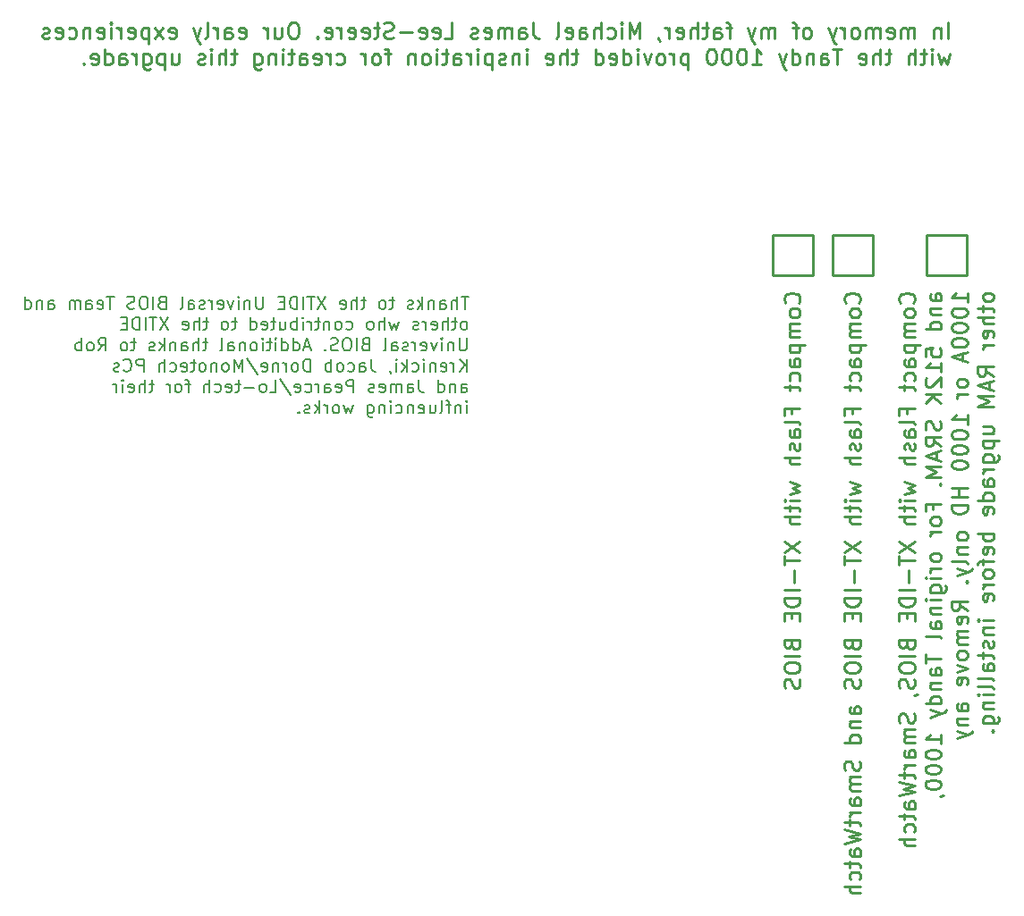
<source format=gbo>
%TF.GenerationSoftware,KiCad,Pcbnew,(5.1.9)-1*%
%TF.CreationDate,2021-08-26T14:40:19+08:00*%
%TF.ProjectId,CF-Combo-Super-Lite,43462d43-6f6d-4626-9f2d-53757065722d,rev?*%
%TF.SameCoordinates,Original*%
%TF.FileFunction,Legend,Bot*%
%TF.FilePolarity,Positive*%
%FSLAX46Y46*%
G04 Gerber Fmt 4.6, Leading zero omitted, Abs format (unit mm)*
G04 Created by KiCad (PCBNEW (5.1.9)-1) date 2021-08-26 14:40:19*
%MOMM*%
%LPD*%
G01*
G04 APERTURE LIST*
%ADD10C,0.225000*%
%ADD11C,0.175000*%
G04 APERTURE END LIST*
D10*
X189361607Y-44907071D02*
X189361607Y-43407071D01*
X188647321Y-43907071D02*
X188647321Y-44907071D01*
X188647321Y-44049928D02*
X188575892Y-43978500D01*
X188433035Y-43907071D01*
X188218750Y-43907071D01*
X188075892Y-43978500D01*
X188004464Y-44121357D01*
X188004464Y-44907071D01*
X186147321Y-44907071D02*
X186147321Y-43907071D01*
X186147321Y-44049928D02*
X186075892Y-43978500D01*
X185933035Y-43907071D01*
X185718750Y-43907071D01*
X185575892Y-43978500D01*
X185504464Y-44121357D01*
X185504464Y-44907071D01*
X185504464Y-44121357D02*
X185433035Y-43978500D01*
X185290178Y-43907071D01*
X185075892Y-43907071D01*
X184933035Y-43978500D01*
X184861607Y-44121357D01*
X184861607Y-44907071D01*
X183575892Y-44835642D02*
X183718750Y-44907071D01*
X184004464Y-44907071D01*
X184147321Y-44835642D01*
X184218750Y-44692785D01*
X184218750Y-44121357D01*
X184147321Y-43978500D01*
X184004464Y-43907071D01*
X183718750Y-43907071D01*
X183575892Y-43978500D01*
X183504464Y-44121357D01*
X183504464Y-44264214D01*
X184218750Y-44407071D01*
X182861607Y-44907071D02*
X182861607Y-43907071D01*
X182861607Y-44049928D02*
X182790178Y-43978500D01*
X182647321Y-43907071D01*
X182433035Y-43907071D01*
X182290178Y-43978500D01*
X182218750Y-44121357D01*
X182218750Y-44907071D01*
X182218750Y-44121357D02*
X182147321Y-43978500D01*
X182004464Y-43907071D01*
X181790178Y-43907071D01*
X181647321Y-43978500D01*
X181575892Y-44121357D01*
X181575892Y-44907071D01*
X180647321Y-44907071D02*
X180790178Y-44835642D01*
X180861607Y-44764214D01*
X180933035Y-44621357D01*
X180933035Y-44192785D01*
X180861607Y-44049928D01*
X180790178Y-43978500D01*
X180647321Y-43907071D01*
X180433035Y-43907071D01*
X180290178Y-43978500D01*
X180218750Y-44049928D01*
X180147321Y-44192785D01*
X180147321Y-44621357D01*
X180218750Y-44764214D01*
X180290178Y-44835642D01*
X180433035Y-44907071D01*
X180647321Y-44907071D01*
X179504464Y-44907071D02*
X179504464Y-43907071D01*
X179504464Y-44192785D02*
X179433035Y-44049928D01*
X179361607Y-43978500D01*
X179218750Y-43907071D01*
X179075892Y-43907071D01*
X178718750Y-43907071D02*
X178361607Y-44907071D01*
X178004464Y-43907071D02*
X178361607Y-44907071D01*
X178504464Y-45264214D01*
X178575892Y-45335642D01*
X178718750Y-45407071D01*
X176075892Y-44907071D02*
X176218750Y-44835642D01*
X176290178Y-44764214D01*
X176361607Y-44621357D01*
X176361607Y-44192785D01*
X176290178Y-44049928D01*
X176218750Y-43978500D01*
X176075892Y-43907071D01*
X175861607Y-43907071D01*
X175718750Y-43978500D01*
X175647321Y-44049928D01*
X175575892Y-44192785D01*
X175575892Y-44621357D01*
X175647321Y-44764214D01*
X175718750Y-44835642D01*
X175861607Y-44907071D01*
X176075892Y-44907071D01*
X175147321Y-43907071D02*
X174575892Y-43907071D01*
X174933035Y-44907071D02*
X174933035Y-43621357D01*
X174861607Y-43478500D01*
X174718750Y-43407071D01*
X174575892Y-43407071D01*
X172933035Y-44907071D02*
X172933035Y-43907071D01*
X172933035Y-44049928D02*
X172861607Y-43978500D01*
X172718750Y-43907071D01*
X172504464Y-43907071D01*
X172361607Y-43978500D01*
X172290178Y-44121357D01*
X172290178Y-44907071D01*
X172290178Y-44121357D02*
X172218750Y-43978500D01*
X172075892Y-43907071D01*
X171861607Y-43907071D01*
X171718750Y-43978500D01*
X171647321Y-44121357D01*
X171647321Y-44907071D01*
X171075892Y-43907071D02*
X170718750Y-44907071D01*
X170361607Y-43907071D02*
X170718750Y-44907071D01*
X170861607Y-45264214D01*
X170933035Y-45335642D01*
X171075892Y-45407071D01*
X168861607Y-43907071D02*
X168290178Y-43907071D01*
X168647321Y-44907071D02*
X168647321Y-43621357D01*
X168575892Y-43478500D01*
X168433035Y-43407071D01*
X168290178Y-43407071D01*
X167147321Y-44907071D02*
X167147321Y-44121357D01*
X167218750Y-43978500D01*
X167361607Y-43907071D01*
X167647321Y-43907071D01*
X167790178Y-43978500D01*
X167147321Y-44835642D02*
X167290178Y-44907071D01*
X167647321Y-44907071D01*
X167790178Y-44835642D01*
X167861607Y-44692785D01*
X167861607Y-44549928D01*
X167790178Y-44407071D01*
X167647321Y-44335642D01*
X167290178Y-44335642D01*
X167147321Y-44264214D01*
X166647321Y-43907071D02*
X166075892Y-43907071D01*
X166433035Y-43407071D02*
X166433035Y-44692785D01*
X166361607Y-44835642D01*
X166218750Y-44907071D01*
X166075892Y-44907071D01*
X165575892Y-44907071D02*
X165575892Y-43407071D01*
X164933035Y-44907071D02*
X164933035Y-44121357D01*
X165004464Y-43978500D01*
X165147321Y-43907071D01*
X165361607Y-43907071D01*
X165504464Y-43978500D01*
X165575892Y-44049928D01*
X163647321Y-44835642D02*
X163790178Y-44907071D01*
X164075892Y-44907071D01*
X164218750Y-44835642D01*
X164290178Y-44692785D01*
X164290178Y-44121357D01*
X164218750Y-43978500D01*
X164075892Y-43907071D01*
X163790178Y-43907071D01*
X163647321Y-43978500D01*
X163575892Y-44121357D01*
X163575892Y-44264214D01*
X164290178Y-44407071D01*
X162933035Y-44907071D02*
X162933035Y-43907071D01*
X162933035Y-44192785D02*
X162861607Y-44049928D01*
X162790178Y-43978500D01*
X162647321Y-43907071D01*
X162504464Y-43907071D01*
X161933035Y-44835642D02*
X161933035Y-44907071D01*
X162004464Y-45049928D01*
X162075892Y-45121357D01*
X160147321Y-44907071D02*
X160147321Y-43407071D01*
X159647321Y-44478500D01*
X159147321Y-43407071D01*
X159147321Y-44907071D01*
X158433035Y-44907071D02*
X158433035Y-43907071D01*
X158433035Y-43407071D02*
X158504464Y-43478500D01*
X158433035Y-43549928D01*
X158361607Y-43478500D01*
X158433035Y-43407071D01*
X158433035Y-43549928D01*
X157075892Y-44835642D02*
X157218750Y-44907071D01*
X157504464Y-44907071D01*
X157647321Y-44835642D01*
X157718750Y-44764214D01*
X157790178Y-44621357D01*
X157790178Y-44192785D01*
X157718750Y-44049928D01*
X157647321Y-43978500D01*
X157504464Y-43907071D01*
X157218750Y-43907071D01*
X157075892Y-43978500D01*
X156433035Y-44907071D02*
X156433035Y-43407071D01*
X155790178Y-44907071D02*
X155790178Y-44121357D01*
X155861607Y-43978500D01*
X156004464Y-43907071D01*
X156218750Y-43907071D01*
X156361607Y-43978500D01*
X156433035Y-44049928D01*
X154433035Y-44907071D02*
X154433035Y-44121357D01*
X154504464Y-43978500D01*
X154647321Y-43907071D01*
X154933035Y-43907071D01*
X155075892Y-43978500D01*
X154433035Y-44835642D02*
X154575892Y-44907071D01*
X154933035Y-44907071D01*
X155075892Y-44835642D01*
X155147321Y-44692785D01*
X155147321Y-44549928D01*
X155075892Y-44407071D01*
X154933035Y-44335642D01*
X154575892Y-44335642D01*
X154433035Y-44264214D01*
X153147321Y-44835642D02*
X153290178Y-44907071D01*
X153575892Y-44907071D01*
X153718750Y-44835642D01*
X153790178Y-44692785D01*
X153790178Y-44121357D01*
X153718750Y-43978500D01*
X153575892Y-43907071D01*
X153290178Y-43907071D01*
X153147321Y-43978500D01*
X153075892Y-44121357D01*
X153075892Y-44264214D01*
X153790178Y-44407071D01*
X152218750Y-44907071D02*
X152361607Y-44835642D01*
X152433035Y-44692785D01*
X152433035Y-43407071D01*
X150075892Y-43407071D02*
X150075892Y-44478500D01*
X150147321Y-44692785D01*
X150290178Y-44835642D01*
X150504464Y-44907071D01*
X150647321Y-44907071D01*
X148718750Y-44907071D02*
X148718750Y-44121357D01*
X148790178Y-43978500D01*
X148933035Y-43907071D01*
X149218750Y-43907071D01*
X149361607Y-43978500D01*
X148718750Y-44835642D02*
X148861607Y-44907071D01*
X149218750Y-44907071D01*
X149361607Y-44835642D01*
X149433035Y-44692785D01*
X149433035Y-44549928D01*
X149361607Y-44407071D01*
X149218750Y-44335642D01*
X148861607Y-44335642D01*
X148718750Y-44264214D01*
X148004464Y-44907071D02*
X148004464Y-43907071D01*
X148004464Y-44049928D02*
X147933035Y-43978500D01*
X147790178Y-43907071D01*
X147575892Y-43907071D01*
X147433035Y-43978500D01*
X147361607Y-44121357D01*
X147361607Y-44907071D01*
X147361607Y-44121357D02*
X147290178Y-43978500D01*
X147147321Y-43907071D01*
X146933035Y-43907071D01*
X146790178Y-43978500D01*
X146718750Y-44121357D01*
X146718750Y-44907071D01*
X145433035Y-44835642D02*
X145575892Y-44907071D01*
X145861607Y-44907071D01*
X146004464Y-44835642D01*
X146075892Y-44692785D01*
X146075892Y-44121357D01*
X146004464Y-43978500D01*
X145861607Y-43907071D01*
X145575892Y-43907071D01*
X145433035Y-43978500D01*
X145361607Y-44121357D01*
X145361607Y-44264214D01*
X146075892Y-44407071D01*
X144790178Y-44835642D02*
X144647321Y-44907071D01*
X144361607Y-44907071D01*
X144218750Y-44835642D01*
X144147321Y-44692785D01*
X144147321Y-44621357D01*
X144218750Y-44478500D01*
X144361607Y-44407071D01*
X144575892Y-44407071D01*
X144718750Y-44335642D01*
X144790178Y-44192785D01*
X144790178Y-44121357D01*
X144718750Y-43978500D01*
X144575892Y-43907071D01*
X144361607Y-43907071D01*
X144218750Y-43978500D01*
X141647321Y-44907071D02*
X142361607Y-44907071D01*
X142361607Y-43407071D01*
X140575892Y-44835642D02*
X140718750Y-44907071D01*
X141004464Y-44907071D01*
X141147321Y-44835642D01*
X141218750Y-44692785D01*
X141218750Y-44121357D01*
X141147321Y-43978500D01*
X141004464Y-43907071D01*
X140718750Y-43907071D01*
X140575892Y-43978500D01*
X140504464Y-44121357D01*
X140504464Y-44264214D01*
X141218750Y-44407071D01*
X139290178Y-44835642D02*
X139433035Y-44907071D01*
X139718750Y-44907071D01*
X139861607Y-44835642D01*
X139933035Y-44692785D01*
X139933035Y-44121357D01*
X139861607Y-43978500D01*
X139718750Y-43907071D01*
X139433035Y-43907071D01*
X139290178Y-43978500D01*
X139218750Y-44121357D01*
X139218750Y-44264214D01*
X139933035Y-44407071D01*
X138575892Y-44335642D02*
X137433035Y-44335642D01*
X136790178Y-44835642D02*
X136575892Y-44907071D01*
X136218750Y-44907071D01*
X136075892Y-44835642D01*
X136004464Y-44764214D01*
X135933035Y-44621357D01*
X135933035Y-44478500D01*
X136004464Y-44335642D01*
X136075892Y-44264214D01*
X136218750Y-44192785D01*
X136504464Y-44121357D01*
X136647321Y-44049928D01*
X136718750Y-43978500D01*
X136790178Y-43835642D01*
X136790178Y-43692785D01*
X136718750Y-43549928D01*
X136647321Y-43478500D01*
X136504464Y-43407071D01*
X136147321Y-43407071D01*
X135933035Y-43478500D01*
X135504464Y-43907071D02*
X134933035Y-43907071D01*
X135290178Y-43407071D02*
X135290178Y-44692785D01*
X135218750Y-44835642D01*
X135075892Y-44907071D01*
X134933035Y-44907071D01*
X133861607Y-44835642D02*
X134004464Y-44907071D01*
X134290178Y-44907071D01*
X134433035Y-44835642D01*
X134504464Y-44692785D01*
X134504464Y-44121357D01*
X134433035Y-43978500D01*
X134290178Y-43907071D01*
X134004464Y-43907071D01*
X133861607Y-43978500D01*
X133790178Y-44121357D01*
X133790178Y-44264214D01*
X134504464Y-44407071D01*
X132575892Y-44835642D02*
X132718750Y-44907071D01*
X133004464Y-44907071D01*
X133147321Y-44835642D01*
X133218750Y-44692785D01*
X133218750Y-44121357D01*
X133147321Y-43978500D01*
X133004464Y-43907071D01*
X132718750Y-43907071D01*
X132575892Y-43978500D01*
X132504464Y-44121357D01*
X132504464Y-44264214D01*
X133218750Y-44407071D01*
X131861607Y-44907071D02*
X131861607Y-43907071D01*
X131861607Y-44192785D02*
X131790178Y-44049928D01*
X131718750Y-43978500D01*
X131575892Y-43907071D01*
X131433035Y-43907071D01*
X130361607Y-44835642D02*
X130504464Y-44907071D01*
X130790178Y-44907071D01*
X130933035Y-44835642D01*
X131004464Y-44692785D01*
X131004464Y-44121357D01*
X130933035Y-43978500D01*
X130790178Y-43907071D01*
X130504464Y-43907071D01*
X130361607Y-43978500D01*
X130290178Y-44121357D01*
X130290178Y-44264214D01*
X131004464Y-44407071D01*
X129647321Y-44764214D02*
X129575892Y-44835642D01*
X129647321Y-44907071D01*
X129718750Y-44835642D01*
X129647321Y-44764214D01*
X129647321Y-44907071D01*
X127504464Y-43407071D02*
X127218750Y-43407071D01*
X127075892Y-43478500D01*
X126933035Y-43621357D01*
X126861607Y-43907071D01*
X126861607Y-44407071D01*
X126933035Y-44692785D01*
X127075892Y-44835642D01*
X127218750Y-44907071D01*
X127504464Y-44907071D01*
X127647321Y-44835642D01*
X127790178Y-44692785D01*
X127861607Y-44407071D01*
X127861607Y-43907071D01*
X127790178Y-43621357D01*
X127647321Y-43478500D01*
X127504464Y-43407071D01*
X125575892Y-43907071D02*
X125575892Y-44907071D01*
X126218750Y-43907071D02*
X126218750Y-44692785D01*
X126147321Y-44835642D01*
X126004464Y-44907071D01*
X125790178Y-44907071D01*
X125647321Y-44835642D01*
X125575892Y-44764214D01*
X124861607Y-44907071D02*
X124861607Y-43907071D01*
X124861607Y-44192785D02*
X124790178Y-44049928D01*
X124718750Y-43978500D01*
X124575892Y-43907071D01*
X124433035Y-43907071D01*
X122218750Y-44835642D02*
X122361607Y-44907071D01*
X122647321Y-44907071D01*
X122790178Y-44835642D01*
X122861607Y-44692785D01*
X122861607Y-44121357D01*
X122790178Y-43978500D01*
X122647321Y-43907071D01*
X122361607Y-43907071D01*
X122218750Y-43978500D01*
X122147321Y-44121357D01*
X122147321Y-44264214D01*
X122861607Y-44407071D01*
X120861607Y-44907071D02*
X120861607Y-44121357D01*
X120933035Y-43978500D01*
X121075892Y-43907071D01*
X121361607Y-43907071D01*
X121504464Y-43978500D01*
X120861607Y-44835642D02*
X121004464Y-44907071D01*
X121361607Y-44907071D01*
X121504464Y-44835642D01*
X121575892Y-44692785D01*
X121575892Y-44549928D01*
X121504464Y-44407071D01*
X121361607Y-44335642D01*
X121004464Y-44335642D01*
X120861607Y-44264214D01*
X120147321Y-44907071D02*
X120147321Y-43907071D01*
X120147321Y-44192785D02*
X120075892Y-44049928D01*
X120004464Y-43978500D01*
X119861607Y-43907071D01*
X119718750Y-43907071D01*
X119004464Y-44907071D02*
X119147321Y-44835642D01*
X119218750Y-44692785D01*
X119218750Y-43407071D01*
X118575892Y-43907071D02*
X118218750Y-44907071D01*
X117861607Y-43907071D02*
X118218750Y-44907071D01*
X118361607Y-45264214D01*
X118433035Y-45335642D01*
X118575892Y-45407071D01*
X115575892Y-44835642D02*
X115718750Y-44907071D01*
X116004464Y-44907071D01*
X116147321Y-44835642D01*
X116218750Y-44692785D01*
X116218750Y-44121357D01*
X116147321Y-43978500D01*
X116004464Y-43907071D01*
X115718750Y-43907071D01*
X115575892Y-43978500D01*
X115504464Y-44121357D01*
X115504464Y-44264214D01*
X116218750Y-44407071D01*
X115004464Y-44907071D02*
X114218750Y-43907071D01*
X115004464Y-43907071D02*
X114218750Y-44907071D01*
X113647321Y-43907071D02*
X113647321Y-45407071D01*
X113647321Y-43978500D02*
X113504464Y-43907071D01*
X113218750Y-43907071D01*
X113075892Y-43978500D01*
X113004464Y-44049928D01*
X112933035Y-44192785D01*
X112933035Y-44621357D01*
X113004464Y-44764214D01*
X113075892Y-44835642D01*
X113218750Y-44907071D01*
X113504464Y-44907071D01*
X113647321Y-44835642D01*
X111718750Y-44835642D02*
X111861607Y-44907071D01*
X112147321Y-44907071D01*
X112290178Y-44835642D01*
X112361607Y-44692785D01*
X112361607Y-44121357D01*
X112290178Y-43978500D01*
X112147321Y-43907071D01*
X111861607Y-43907071D01*
X111718750Y-43978500D01*
X111647321Y-44121357D01*
X111647321Y-44264214D01*
X112361607Y-44407071D01*
X111004464Y-44907071D02*
X111004464Y-43907071D01*
X111004464Y-44192785D02*
X110933035Y-44049928D01*
X110861607Y-43978500D01*
X110718750Y-43907071D01*
X110575892Y-43907071D01*
X110075892Y-44907071D02*
X110075892Y-43907071D01*
X110075892Y-43407071D02*
X110147321Y-43478500D01*
X110075892Y-43549928D01*
X110004464Y-43478500D01*
X110075892Y-43407071D01*
X110075892Y-43549928D01*
X108790178Y-44835642D02*
X108933035Y-44907071D01*
X109218750Y-44907071D01*
X109361607Y-44835642D01*
X109433035Y-44692785D01*
X109433035Y-44121357D01*
X109361607Y-43978500D01*
X109218750Y-43907071D01*
X108933035Y-43907071D01*
X108790178Y-43978500D01*
X108718750Y-44121357D01*
X108718750Y-44264214D01*
X109433035Y-44407071D01*
X108075892Y-43907071D02*
X108075892Y-44907071D01*
X108075892Y-44049928D02*
X108004464Y-43978500D01*
X107861607Y-43907071D01*
X107647321Y-43907071D01*
X107504464Y-43978500D01*
X107433035Y-44121357D01*
X107433035Y-44907071D01*
X106075892Y-44835642D02*
X106218750Y-44907071D01*
X106504464Y-44907071D01*
X106647321Y-44835642D01*
X106718750Y-44764214D01*
X106790178Y-44621357D01*
X106790178Y-44192785D01*
X106718750Y-44049928D01*
X106647321Y-43978500D01*
X106504464Y-43907071D01*
X106218750Y-43907071D01*
X106075892Y-43978500D01*
X104861607Y-44835642D02*
X105004464Y-44907071D01*
X105290178Y-44907071D01*
X105433035Y-44835642D01*
X105504464Y-44692785D01*
X105504464Y-44121357D01*
X105433035Y-43978500D01*
X105290178Y-43907071D01*
X105004464Y-43907071D01*
X104861607Y-43978500D01*
X104790178Y-44121357D01*
X104790178Y-44264214D01*
X105504464Y-44407071D01*
X104218750Y-44835642D02*
X104075892Y-44907071D01*
X103790178Y-44907071D01*
X103647321Y-44835642D01*
X103575892Y-44692785D01*
X103575892Y-44621357D01*
X103647321Y-44478500D01*
X103790178Y-44407071D01*
X104004464Y-44407071D01*
X104147321Y-44335642D01*
X104218750Y-44192785D01*
X104218750Y-44121357D01*
X104147321Y-43978500D01*
X104004464Y-43907071D01*
X103790178Y-43907071D01*
X103647321Y-43978500D01*
X189504464Y-46382071D02*
X189218750Y-47382071D01*
X188933035Y-46667785D01*
X188647321Y-47382071D01*
X188361607Y-46382071D01*
X187790178Y-47382071D02*
X187790178Y-46382071D01*
X187790178Y-45882071D02*
X187861607Y-45953500D01*
X187790178Y-46024928D01*
X187718750Y-45953500D01*
X187790178Y-45882071D01*
X187790178Y-46024928D01*
X187290178Y-46382071D02*
X186718750Y-46382071D01*
X187075892Y-45882071D02*
X187075892Y-47167785D01*
X187004464Y-47310642D01*
X186861607Y-47382071D01*
X186718750Y-47382071D01*
X186218750Y-47382071D02*
X186218750Y-45882071D01*
X185575892Y-47382071D02*
X185575892Y-46596357D01*
X185647321Y-46453500D01*
X185790178Y-46382071D01*
X186004464Y-46382071D01*
X186147321Y-46453500D01*
X186218750Y-46524928D01*
X183933035Y-46382071D02*
X183361607Y-46382071D01*
X183718750Y-45882071D02*
X183718750Y-47167785D01*
X183647321Y-47310642D01*
X183504464Y-47382071D01*
X183361607Y-47382071D01*
X182861607Y-47382071D02*
X182861607Y-45882071D01*
X182218750Y-47382071D02*
X182218750Y-46596357D01*
X182290178Y-46453500D01*
X182433035Y-46382071D01*
X182647321Y-46382071D01*
X182790178Y-46453500D01*
X182861607Y-46524928D01*
X180933035Y-47310642D02*
X181075892Y-47382071D01*
X181361607Y-47382071D01*
X181504464Y-47310642D01*
X181575892Y-47167785D01*
X181575892Y-46596357D01*
X181504464Y-46453500D01*
X181361607Y-46382071D01*
X181075892Y-46382071D01*
X180933035Y-46453500D01*
X180861607Y-46596357D01*
X180861607Y-46739214D01*
X181575892Y-46882071D01*
X179290178Y-45882071D02*
X178433035Y-45882071D01*
X178861607Y-47382071D02*
X178861607Y-45882071D01*
X177290178Y-47382071D02*
X177290178Y-46596357D01*
X177361607Y-46453500D01*
X177504464Y-46382071D01*
X177790178Y-46382071D01*
X177933035Y-46453500D01*
X177290178Y-47310642D02*
X177433035Y-47382071D01*
X177790178Y-47382071D01*
X177933035Y-47310642D01*
X178004464Y-47167785D01*
X178004464Y-47024928D01*
X177933035Y-46882071D01*
X177790178Y-46810642D01*
X177433035Y-46810642D01*
X177290178Y-46739214D01*
X176575892Y-46382071D02*
X176575892Y-47382071D01*
X176575892Y-46524928D02*
X176504464Y-46453500D01*
X176361607Y-46382071D01*
X176147321Y-46382071D01*
X176004464Y-46453500D01*
X175933035Y-46596357D01*
X175933035Y-47382071D01*
X174575892Y-47382071D02*
X174575892Y-45882071D01*
X174575892Y-47310642D02*
X174718750Y-47382071D01*
X175004464Y-47382071D01*
X175147321Y-47310642D01*
X175218750Y-47239214D01*
X175290178Y-47096357D01*
X175290178Y-46667785D01*
X175218750Y-46524928D01*
X175147321Y-46453500D01*
X175004464Y-46382071D01*
X174718750Y-46382071D01*
X174575892Y-46453500D01*
X174004464Y-46382071D02*
X173647321Y-47382071D01*
X173290178Y-46382071D02*
X173647321Y-47382071D01*
X173790178Y-47739214D01*
X173861607Y-47810642D01*
X174004464Y-47882071D01*
X170790178Y-47382071D02*
X171647321Y-47382071D01*
X171218750Y-47382071D02*
X171218750Y-45882071D01*
X171361607Y-46096357D01*
X171504464Y-46239214D01*
X171647321Y-46310642D01*
X169861607Y-45882071D02*
X169718750Y-45882071D01*
X169575892Y-45953500D01*
X169504464Y-46024928D01*
X169433035Y-46167785D01*
X169361607Y-46453500D01*
X169361607Y-46810642D01*
X169433035Y-47096357D01*
X169504464Y-47239214D01*
X169575892Y-47310642D01*
X169718750Y-47382071D01*
X169861607Y-47382071D01*
X170004464Y-47310642D01*
X170075892Y-47239214D01*
X170147321Y-47096357D01*
X170218750Y-46810642D01*
X170218750Y-46453500D01*
X170147321Y-46167785D01*
X170075892Y-46024928D01*
X170004464Y-45953500D01*
X169861607Y-45882071D01*
X168433035Y-45882071D02*
X168290178Y-45882071D01*
X168147321Y-45953500D01*
X168075892Y-46024928D01*
X168004464Y-46167785D01*
X167933035Y-46453500D01*
X167933035Y-46810642D01*
X168004464Y-47096357D01*
X168075892Y-47239214D01*
X168147321Y-47310642D01*
X168290178Y-47382071D01*
X168433035Y-47382071D01*
X168575892Y-47310642D01*
X168647321Y-47239214D01*
X168718750Y-47096357D01*
X168790178Y-46810642D01*
X168790178Y-46453500D01*
X168718750Y-46167785D01*
X168647321Y-46024928D01*
X168575892Y-45953500D01*
X168433035Y-45882071D01*
X167004464Y-45882071D02*
X166861607Y-45882071D01*
X166718750Y-45953500D01*
X166647321Y-46024928D01*
X166575892Y-46167785D01*
X166504464Y-46453500D01*
X166504464Y-46810642D01*
X166575892Y-47096357D01*
X166647321Y-47239214D01*
X166718750Y-47310642D01*
X166861607Y-47382071D01*
X167004464Y-47382071D01*
X167147321Y-47310642D01*
X167218750Y-47239214D01*
X167290178Y-47096357D01*
X167361607Y-46810642D01*
X167361607Y-46453500D01*
X167290178Y-46167785D01*
X167218750Y-46024928D01*
X167147321Y-45953500D01*
X167004464Y-45882071D01*
X164718750Y-46382071D02*
X164718750Y-47882071D01*
X164718750Y-46453500D02*
X164575892Y-46382071D01*
X164290178Y-46382071D01*
X164147321Y-46453500D01*
X164075892Y-46524928D01*
X164004464Y-46667785D01*
X164004464Y-47096357D01*
X164075892Y-47239214D01*
X164147321Y-47310642D01*
X164290178Y-47382071D01*
X164575892Y-47382071D01*
X164718750Y-47310642D01*
X163361607Y-47382071D02*
X163361607Y-46382071D01*
X163361607Y-46667785D02*
X163290178Y-46524928D01*
X163218750Y-46453500D01*
X163075892Y-46382071D01*
X162933035Y-46382071D01*
X162218750Y-47382071D02*
X162361607Y-47310642D01*
X162433035Y-47239214D01*
X162504464Y-47096357D01*
X162504464Y-46667785D01*
X162433035Y-46524928D01*
X162361607Y-46453500D01*
X162218750Y-46382071D01*
X162004464Y-46382071D01*
X161861607Y-46453500D01*
X161790178Y-46524928D01*
X161718750Y-46667785D01*
X161718750Y-47096357D01*
X161790178Y-47239214D01*
X161861607Y-47310642D01*
X162004464Y-47382071D01*
X162218750Y-47382071D01*
X161218750Y-46382071D02*
X160861607Y-47382071D01*
X160504464Y-46382071D01*
X159933035Y-47382071D02*
X159933035Y-46382071D01*
X159933035Y-45882071D02*
X160004464Y-45953500D01*
X159933035Y-46024928D01*
X159861607Y-45953500D01*
X159933035Y-45882071D01*
X159933035Y-46024928D01*
X158575892Y-47382071D02*
X158575892Y-45882071D01*
X158575892Y-47310642D02*
X158718750Y-47382071D01*
X159004464Y-47382071D01*
X159147321Y-47310642D01*
X159218750Y-47239214D01*
X159290178Y-47096357D01*
X159290178Y-46667785D01*
X159218750Y-46524928D01*
X159147321Y-46453500D01*
X159004464Y-46382071D01*
X158718750Y-46382071D01*
X158575892Y-46453500D01*
X157290178Y-47310642D02*
X157433035Y-47382071D01*
X157718750Y-47382071D01*
X157861607Y-47310642D01*
X157933035Y-47167785D01*
X157933035Y-46596357D01*
X157861607Y-46453500D01*
X157718750Y-46382071D01*
X157433035Y-46382071D01*
X157290178Y-46453500D01*
X157218750Y-46596357D01*
X157218750Y-46739214D01*
X157933035Y-46882071D01*
X155933035Y-47382071D02*
X155933035Y-45882071D01*
X155933035Y-47310642D02*
X156075892Y-47382071D01*
X156361607Y-47382071D01*
X156504464Y-47310642D01*
X156575892Y-47239214D01*
X156647321Y-47096357D01*
X156647321Y-46667785D01*
X156575892Y-46524928D01*
X156504464Y-46453500D01*
X156361607Y-46382071D01*
X156075892Y-46382071D01*
X155933035Y-46453500D01*
X154290178Y-46382071D02*
X153718750Y-46382071D01*
X154075892Y-45882071D02*
X154075892Y-47167785D01*
X154004464Y-47310642D01*
X153861607Y-47382071D01*
X153718750Y-47382071D01*
X153218750Y-47382071D02*
X153218750Y-45882071D01*
X152575892Y-47382071D02*
X152575892Y-46596357D01*
X152647321Y-46453500D01*
X152790178Y-46382071D01*
X153004464Y-46382071D01*
X153147321Y-46453500D01*
X153218750Y-46524928D01*
X151290178Y-47310642D02*
X151433035Y-47382071D01*
X151718750Y-47382071D01*
X151861607Y-47310642D01*
X151933035Y-47167785D01*
X151933035Y-46596357D01*
X151861607Y-46453500D01*
X151718750Y-46382071D01*
X151433035Y-46382071D01*
X151290178Y-46453500D01*
X151218750Y-46596357D01*
X151218750Y-46739214D01*
X151933035Y-46882071D01*
X149433035Y-47382071D02*
X149433035Y-46382071D01*
X149433035Y-45882071D02*
X149504464Y-45953500D01*
X149433035Y-46024928D01*
X149361607Y-45953500D01*
X149433035Y-45882071D01*
X149433035Y-46024928D01*
X148718750Y-46382071D02*
X148718750Y-47382071D01*
X148718750Y-46524928D02*
X148647321Y-46453500D01*
X148504464Y-46382071D01*
X148290178Y-46382071D01*
X148147321Y-46453500D01*
X148075892Y-46596357D01*
X148075892Y-47382071D01*
X147433035Y-47310642D02*
X147290178Y-47382071D01*
X147004464Y-47382071D01*
X146861607Y-47310642D01*
X146790178Y-47167785D01*
X146790178Y-47096357D01*
X146861607Y-46953500D01*
X147004464Y-46882071D01*
X147218750Y-46882071D01*
X147361607Y-46810642D01*
X147433035Y-46667785D01*
X147433035Y-46596357D01*
X147361607Y-46453500D01*
X147218750Y-46382071D01*
X147004464Y-46382071D01*
X146861607Y-46453500D01*
X146147321Y-46382071D02*
X146147321Y-47882071D01*
X146147321Y-46453500D02*
X146004464Y-46382071D01*
X145718750Y-46382071D01*
X145575892Y-46453500D01*
X145504464Y-46524928D01*
X145433035Y-46667785D01*
X145433035Y-47096357D01*
X145504464Y-47239214D01*
X145575892Y-47310642D01*
X145718750Y-47382071D01*
X146004464Y-47382071D01*
X146147321Y-47310642D01*
X144790178Y-47382071D02*
X144790178Y-46382071D01*
X144790178Y-45882071D02*
X144861607Y-45953500D01*
X144790178Y-46024928D01*
X144718750Y-45953500D01*
X144790178Y-45882071D01*
X144790178Y-46024928D01*
X144075892Y-47382071D02*
X144075892Y-46382071D01*
X144075892Y-46667785D02*
X144004464Y-46524928D01*
X143933035Y-46453500D01*
X143790178Y-46382071D01*
X143647321Y-46382071D01*
X142504464Y-47382071D02*
X142504464Y-46596357D01*
X142575892Y-46453500D01*
X142718750Y-46382071D01*
X143004464Y-46382071D01*
X143147321Y-46453500D01*
X142504464Y-47310642D02*
X142647321Y-47382071D01*
X143004464Y-47382071D01*
X143147321Y-47310642D01*
X143218750Y-47167785D01*
X143218750Y-47024928D01*
X143147321Y-46882071D01*
X143004464Y-46810642D01*
X142647321Y-46810642D01*
X142504464Y-46739214D01*
X142004464Y-46382071D02*
X141433035Y-46382071D01*
X141790178Y-45882071D02*
X141790178Y-47167785D01*
X141718750Y-47310642D01*
X141575892Y-47382071D01*
X141433035Y-47382071D01*
X140933035Y-47382071D02*
X140933035Y-46382071D01*
X140933035Y-45882071D02*
X141004464Y-45953500D01*
X140933035Y-46024928D01*
X140861607Y-45953500D01*
X140933035Y-45882071D01*
X140933035Y-46024928D01*
X140004464Y-47382071D02*
X140147321Y-47310642D01*
X140218750Y-47239214D01*
X140290178Y-47096357D01*
X140290178Y-46667785D01*
X140218750Y-46524928D01*
X140147321Y-46453500D01*
X140004464Y-46382071D01*
X139790178Y-46382071D01*
X139647321Y-46453500D01*
X139575892Y-46524928D01*
X139504464Y-46667785D01*
X139504464Y-47096357D01*
X139575892Y-47239214D01*
X139647321Y-47310642D01*
X139790178Y-47382071D01*
X140004464Y-47382071D01*
X138861607Y-46382071D02*
X138861607Y-47382071D01*
X138861607Y-46524928D02*
X138790178Y-46453500D01*
X138647321Y-46382071D01*
X138433035Y-46382071D01*
X138290178Y-46453500D01*
X138218750Y-46596357D01*
X138218750Y-47382071D01*
X136575892Y-46382071D02*
X136004464Y-46382071D01*
X136361607Y-47382071D02*
X136361607Y-46096357D01*
X136290178Y-45953500D01*
X136147321Y-45882071D01*
X136004464Y-45882071D01*
X135290178Y-47382071D02*
X135433035Y-47310642D01*
X135504464Y-47239214D01*
X135575892Y-47096357D01*
X135575892Y-46667785D01*
X135504464Y-46524928D01*
X135433035Y-46453500D01*
X135290178Y-46382071D01*
X135075892Y-46382071D01*
X134933035Y-46453500D01*
X134861607Y-46524928D01*
X134790178Y-46667785D01*
X134790178Y-47096357D01*
X134861607Y-47239214D01*
X134933035Y-47310642D01*
X135075892Y-47382071D01*
X135290178Y-47382071D01*
X134147321Y-47382071D02*
X134147321Y-46382071D01*
X134147321Y-46667785D02*
X134075892Y-46524928D01*
X134004464Y-46453500D01*
X133861607Y-46382071D01*
X133718750Y-46382071D01*
X131433035Y-47310642D02*
X131575892Y-47382071D01*
X131861607Y-47382071D01*
X132004464Y-47310642D01*
X132075892Y-47239214D01*
X132147321Y-47096357D01*
X132147321Y-46667785D01*
X132075892Y-46524928D01*
X132004464Y-46453500D01*
X131861607Y-46382071D01*
X131575892Y-46382071D01*
X131433035Y-46453500D01*
X130790178Y-47382071D02*
X130790178Y-46382071D01*
X130790178Y-46667785D02*
X130718750Y-46524928D01*
X130647321Y-46453500D01*
X130504464Y-46382071D01*
X130361607Y-46382071D01*
X129290178Y-47310642D02*
X129433035Y-47382071D01*
X129718750Y-47382071D01*
X129861607Y-47310642D01*
X129933035Y-47167785D01*
X129933035Y-46596357D01*
X129861607Y-46453500D01*
X129718750Y-46382071D01*
X129433035Y-46382071D01*
X129290178Y-46453500D01*
X129218750Y-46596357D01*
X129218750Y-46739214D01*
X129933035Y-46882071D01*
X127933035Y-47382071D02*
X127933035Y-46596357D01*
X128004464Y-46453500D01*
X128147321Y-46382071D01*
X128433035Y-46382071D01*
X128575892Y-46453500D01*
X127933035Y-47310642D02*
X128075892Y-47382071D01*
X128433035Y-47382071D01*
X128575892Y-47310642D01*
X128647321Y-47167785D01*
X128647321Y-47024928D01*
X128575892Y-46882071D01*
X128433035Y-46810642D01*
X128075892Y-46810642D01*
X127933035Y-46739214D01*
X127433035Y-46382071D02*
X126861607Y-46382071D01*
X127218750Y-45882071D02*
X127218750Y-47167785D01*
X127147321Y-47310642D01*
X127004464Y-47382071D01*
X126861607Y-47382071D01*
X126361607Y-47382071D02*
X126361607Y-46382071D01*
X126361607Y-45882071D02*
X126433035Y-45953500D01*
X126361607Y-46024928D01*
X126290178Y-45953500D01*
X126361607Y-45882071D01*
X126361607Y-46024928D01*
X125647321Y-46382071D02*
X125647321Y-47382071D01*
X125647321Y-46524928D02*
X125575892Y-46453500D01*
X125433035Y-46382071D01*
X125218750Y-46382071D01*
X125075892Y-46453500D01*
X125004464Y-46596357D01*
X125004464Y-47382071D01*
X123647321Y-46382071D02*
X123647321Y-47596357D01*
X123718750Y-47739214D01*
X123790178Y-47810642D01*
X123933035Y-47882071D01*
X124147321Y-47882071D01*
X124290178Y-47810642D01*
X123647321Y-47310642D02*
X123790178Y-47382071D01*
X124075892Y-47382071D01*
X124218750Y-47310642D01*
X124290178Y-47239214D01*
X124361607Y-47096357D01*
X124361607Y-46667785D01*
X124290178Y-46524928D01*
X124218750Y-46453500D01*
X124075892Y-46382071D01*
X123790178Y-46382071D01*
X123647321Y-46453500D01*
X122004464Y-46382071D02*
X121433035Y-46382071D01*
X121790178Y-45882071D02*
X121790178Y-47167785D01*
X121718750Y-47310642D01*
X121575892Y-47382071D01*
X121433035Y-47382071D01*
X120933035Y-47382071D02*
X120933035Y-45882071D01*
X120290178Y-47382071D02*
X120290178Y-46596357D01*
X120361607Y-46453500D01*
X120504464Y-46382071D01*
X120718750Y-46382071D01*
X120861607Y-46453500D01*
X120933035Y-46524928D01*
X119575892Y-47382071D02*
X119575892Y-46382071D01*
X119575892Y-45882071D02*
X119647321Y-45953500D01*
X119575892Y-46024928D01*
X119504464Y-45953500D01*
X119575892Y-45882071D01*
X119575892Y-46024928D01*
X118933035Y-47310642D02*
X118790178Y-47382071D01*
X118504464Y-47382071D01*
X118361607Y-47310642D01*
X118290178Y-47167785D01*
X118290178Y-47096357D01*
X118361607Y-46953500D01*
X118504464Y-46882071D01*
X118718750Y-46882071D01*
X118861607Y-46810642D01*
X118933035Y-46667785D01*
X118933035Y-46596357D01*
X118861607Y-46453500D01*
X118718750Y-46382071D01*
X118504464Y-46382071D01*
X118361607Y-46453500D01*
X115861607Y-46382071D02*
X115861607Y-47382071D01*
X116504464Y-46382071D02*
X116504464Y-47167785D01*
X116433035Y-47310642D01*
X116290178Y-47382071D01*
X116075892Y-47382071D01*
X115933035Y-47310642D01*
X115861607Y-47239214D01*
X115147321Y-46382071D02*
X115147321Y-47882071D01*
X115147321Y-46453500D02*
X115004464Y-46382071D01*
X114718750Y-46382071D01*
X114575892Y-46453500D01*
X114504464Y-46524928D01*
X114433035Y-46667785D01*
X114433035Y-47096357D01*
X114504464Y-47239214D01*
X114575892Y-47310642D01*
X114718750Y-47382071D01*
X115004464Y-47382071D01*
X115147321Y-47310642D01*
X113147321Y-46382071D02*
X113147321Y-47596357D01*
X113218750Y-47739214D01*
X113290178Y-47810642D01*
X113433035Y-47882071D01*
X113647321Y-47882071D01*
X113790178Y-47810642D01*
X113147321Y-47310642D02*
X113290178Y-47382071D01*
X113575892Y-47382071D01*
X113718750Y-47310642D01*
X113790178Y-47239214D01*
X113861607Y-47096357D01*
X113861607Y-46667785D01*
X113790178Y-46524928D01*
X113718750Y-46453500D01*
X113575892Y-46382071D01*
X113290178Y-46382071D01*
X113147321Y-46453500D01*
X112433035Y-47382071D02*
X112433035Y-46382071D01*
X112433035Y-46667785D02*
X112361607Y-46524928D01*
X112290178Y-46453500D01*
X112147321Y-46382071D01*
X112004464Y-46382071D01*
X110861607Y-47382071D02*
X110861607Y-46596357D01*
X110933035Y-46453500D01*
X111075892Y-46382071D01*
X111361607Y-46382071D01*
X111504464Y-46453500D01*
X110861607Y-47310642D02*
X111004464Y-47382071D01*
X111361607Y-47382071D01*
X111504464Y-47310642D01*
X111575892Y-47167785D01*
X111575892Y-47024928D01*
X111504464Y-46882071D01*
X111361607Y-46810642D01*
X111004464Y-46810642D01*
X110861607Y-46739214D01*
X109504464Y-47382071D02*
X109504464Y-45882071D01*
X109504464Y-47310642D02*
X109647321Y-47382071D01*
X109933035Y-47382071D01*
X110075892Y-47310642D01*
X110147321Y-47239214D01*
X110218750Y-47096357D01*
X110218750Y-46667785D01*
X110147321Y-46524928D01*
X110075892Y-46453500D01*
X109933035Y-46382071D01*
X109647321Y-46382071D01*
X109504464Y-46453500D01*
X108218750Y-47310642D02*
X108361607Y-47382071D01*
X108647321Y-47382071D01*
X108790178Y-47310642D01*
X108861607Y-47167785D01*
X108861607Y-46596357D01*
X108790178Y-46453500D01*
X108647321Y-46382071D01*
X108361607Y-46382071D01*
X108218750Y-46453500D01*
X108147321Y-46596357D01*
X108147321Y-46739214D01*
X108861607Y-46882071D01*
X107504464Y-47239214D02*
X107433035Y-47310642D01*
X107504464Y-47382071D01*
X107575892Y-47310642D01*
X107504464Y-47239214D01*
X107504464Y-47382071D01*
D11*
X143916964Y-69335357D02*
X143231250Y-69335357D01*
X143574107Y-70535357D02*
X143574107Y-69335357D01*
X142831250Y-70535357D02*
X142831250Y-69335357D01*
X142316964Y-70535357D02*
X142316964Y-69906785D01*
X142374107Y-69792500D01*
X142488392Y-69735357D01*
X142659821Y-69735357D01*
X142774107Y-69792500D01*
X142831250Y-69849642D01*
X141231250Y-70535357D02*
X141231250Y-69906785D01*
X141288392Y-69792500D01*
X141402678Y-69735357D01*
X141631250Y-69735357D01*
X141745535Y-69792500D01*
X141231250Y-70478214D02*
X141345535Y-70535357D01*
X141631250Y-70535357D01*
X141745535Y-70478214D01*
X141802678Y-70363928D01*
X141802678Y-70249642D01*
X141745535Y-70135357D01*
X141631250Y-70078214D01*
X141345535Y-70078214D01*
X141231250Y-70021071D01*
X140659821Y-69735357D02*
X140659821Y-70535357D01*
X140659821Y-69849642D02*
X140602678Y-69792500D01*
X140488392Y-69735357D01*
X140316964Y-69735357D01*
X140202678Y-69792500D01*
X140145535Y-69906785D01*
X140145535Y-70535357D01*
X139574107Y-70535357D02*
X139574107Y-69335357D01*
X139459821Y-70078214D02*
X139116964Y-70535357D01*
X139116964Y-69735357D02*
X139574107Y-70192500D01*
X138659821Y-70478214D02*
X138545535Y-70535357D01*
X138316964Y-70535357D01*
X138202678Y-70478214D01*
X138145535Y-70363928D01*
X138145535Y-70306785D01*
X138202678Y-70192500D01*
X138316964Y-70135357D01*
X138488392Y-70135357D01*
X138602678Y-70078214D01*
X138659821Y-69963928D01*
X138659821Y-69906785D01*
X138602678Y-69792500D01*
X138488392Y-69735357D01*
X138316964Y-69735357D01*
X138202678Y-69792500D01*
X136888392Y-69735357D02*
X136431250Y-69735357D01*
X136716964Y-69335357D02*
X136716964Y-70363928D01*
X136659821Y-70478214D01*
X136545535Y-70535357D01*
X136431250Y-70535357D01*
X135859821Y-70535357D02*
X135974107Y-70478214D01*
X136031250Y-70421071D01*
X136088392Y-70306785D01*
X136088392Y-69963928D01*
X136031250Y-69849642D01*
X135974107Y-69792500D01*
X135859821Y-69735357D01*
X135688392Y-69735357D01*
X135574107Y-69792500D01*
X135516964Y-69849642D01*
X135459821Y-69963928D01*
X135459821Y-70306785D01*
X135516964Y-70421071D01*
X135574107Y-70478214D01*
X135688392Y-70535357D01*
X135859821Y-70535357D01*
X134202678Y-69735357D02*
X133745535Y-69735357D01*
X134031250Y-69335357D02*
X134031250Y-70363928D01*
X133974107Y-70478214D01*
X133859821Y-70535357D01*
X133745535Y-70535357D01*
X133345535Y-70535357D02*
X133345535Y-69335357D01*
X132831250Y-70535357D02*
X132831250Y-69906785D01*
X132888392Y-69792500D01*
X133002678Y-69735357D01*
X133174107Y-69735357D01*
X133288392Y-69792500D01*
X133345535Y-69849642D01*
X131802678Y-70478214D02*
X131916964Y-70535357D01*
X132145535Y-70535357D01*
X132259821Y-70478214D01*
X132316964Y-70363928D01*
X132316964Y-69906785D01*
X132259821Y-69792500D01*
X132145535Y-69735357D01*
X131916964Y-69735357D01*
X131802678Y-69792500D01*
X131745535Y-69906785D01*
X131745535Y-70021071D01*
X132316964Y-70135357D01*
X130431250Y-69335357D02*
X129631250Y-70535357D01*
X129631250Y-69335357D02*
X130431250Y-70535357D01*
X129345535Y-69335357D02*
X128659821Y-69335357D01*
X129002678Y-70535357D02*
X129002678Y-69335357D01*
X128259821Y-70535357D02*
X128259821Y-69335357D01*
X127688392Y-70535357D02*
X127688392Y-69335357D01*
X127402678Y-69335357D01*
X127231250Y-69392500D01*
X127116964Y-69506785D01*
X127059821Y-69621071D01*
X127002678Y-69849642D01*
X127002678Y-70021071D01*
X127059821Y-70249642D01*
X127116964Y-70363928D01*
X127231250Y-70478214D01*
X127402678Y-70535357D01*
X127688392Y-70535357D01*
X126488392Y-69906785D02*
X126088392Y-69906785D01*
X125916964Y-70535357D02*
X126488392Y-70535357D01*
X126488392Y-69335357D01*
X125916964Y-69335357D01*
X124488392Y-69335357D02*
X124488392Y-70306785D01*
X124431250Y-70421071D01*
X124374107Y-70478214D01*
X124259821Y-70535357D01*
X124031250Y-70535357D01*
X123916964Y-70478214D01*
X123859821Y-70421071D01*
X123802678Y-70306785D01*
X123802678Y-69335357D01*
X123231250Y-69735357D02*
X123231250Y-70535357D01*
X123231250Y-69849642D02*
X123174107Y-69792500D01*
X123059821Y-69735357D01*
X122888392Y-69735357D01*
X122774107Y-69792500D01*
X122716964Y-69906785D01*
X122716964Y-70535357D01*
X122145535Y-70535357D02*
X122145535Y-69735357D01*
X122145535Y-69335357D02*
X122202678Y-69392500D01*
X122145535Y-69449642D01*
X122088392Y-69392500D01*
X122145535Y-69335357D01*
X122145535Y-69449642D01*
X121688392Y-69735357D02*
X121402678Y-70535357D01*
X121116964Y-69735357D01*
X120202678Y-70478214D02*
X120316964Y-70535357D01*
X120545535Y-70535357D01*
X120659821Y-70478214D01*
X120716964Y-70363928D01*
X120716964Y-69906785D01*
X120659821Y-69792500D01*
X120545535Y-69735357D01*
X120316964Y-69735357D01*
X120202678Y-69792500D01*
X120145535Y-69906785D01*
X120145535Y-70021071D01*
X120716964Y-70135357D01*
X119631250Y-70535357D02*
X119631250Y-69735357D01*
X119631250Y-69963928D02*
X119574107Y-69849642D01*
X119516964Y-69792500D01*
X119402678Y-69735357D01*
X119288392Y-69735357D01*
X118945535Y-70478214D02*
X118831250Y-70535357D01*
X118602678Y-70535357D01*
X118488392Y-70478214D01*
X118431250Y-70363928D01*
X118431250Y-70306785D01*
X118488392Y-70192500D01*
X118602678Y-70135357D01*
X118774107Y-70135357D01*
X118888392Y-70078214D01*
X118945535Y-69963928D01*
X118945535Y-69906785D01*
X118888392Y-69792500D01*
X118774107Y-69735357D01*
X118602678Y-69735357D01*
X118488392Y-69792500D01*
X117402678Y-70535357D02*
X117402678Y-69906785D01*
X117459821Y-69792500D01*
X117574107Y-69735357D01*
X117802678Y-69735357D01*
X117916964Y-69792500D01*
X117402678Y-70478214D02*
X117516964Y-70535357D01*
X117802678Y-70535357D01*
X117916964Y-70478214D01*
X117974107Y-70363928D01*
X117974107Y-70249642D01*
X117916964Y-70135357D01*
X117802678Y-70078214D01*
X117516964Y-70078214D01*
X117402678Y-70021071D01*
X116659821Y-70535357D02*
X116774107Y-70478214D01*
X116831250Y-70363928D01*
X116831250Y-69335357D01*
X114888392Y-69906785D02*
X114716964Y-69963928D01*
X114659821Y-70021071D01*
X114602678Y-70135357D01*
X114602678Y-70306785D01*
X114659821Y-70421071D01*
X114716964Y-70478214D01*
X114831250Y-70535357D01*
X115288392Y-70535357D01*
X115288392Y-69335357D01*
X114888392Y-69335357D01*
X114774107Y-69392500D01*
X114716964Y-69449642D01*
X114659821Y-69563928D01*
X114659821Y-69678214D01*
X114716964Y-69792500D01*
X114774107Y-69849642D01*
X114888392Y-69906785D01*
X115288392Y-69906785D01*
X114088392Y-70535357D02*
X114088392Y-69335357D01*
X113288392Y-69335357D02*
X113059821Y-69335357D01*
X112945535Y-69392500D01*
X112831250Y-69506785D01*
X112774107Y-69735357D01*
X112774107Y-70135357D01*
X112831250Y-70363928D01*
X112945535Y-70478214D01*
X113059821Y-70535357D01*
X113288392Y-70535357D01*
X113402678Y-70478214D01*
X113516964Y-70363928D01*
X113574107Y-70135357D01*
X113574107Y-69735357D01*
X113516964Y-69506785D01*
X113402678Y-69392500D01*
X113288392Y-69335357D01*
X112316964Y-70478214D02*
X112145535Y-70535357D01*
X111859821Y-70535357D01*
X111745535Y-70478214D01*
X111688392Y-70421071D01*
X111631250Y-70306785D01*
X111631250Y-70192500D01*
X111688392Y-70078214D01*
X111745535Y-70021071D01*
X111859821Y-69963928D01*
X112088392Y-69906785D01*
X112202678Y-69849642D01*
X112259821Y-69792500D01*
X112316964Y-69678214D01*
X112316964Y-69563928D01*
X112259821Y-69449642D01*
X112202678Y-69392500D01*
X112088392Y-69335357D01*
X111802678Y-69335357D01*
X111631250Y-69392500D01*
X110374107Y-69335357D02*
X109688392Y-69335357D01*
X110031250Y-70535357D02*
X110031250Y-69335357D01*
X108831250Y-70478214D02*
X108945535Y-70535357D01*
X109174107Y-70535357D01*
X109288392Y-70478214D01*
X109345535Y-70363928D01*
X109345535Y-69906785D01*
X109288392Y-69792500D01*
X109174107Y-69735357D01*
X108945535Y-69735357D01*
X108831250Y-69792500D01*
X108774107Y-69906785D01*
X108774107Y-70021071D01*
X109345535Y-70135357D01*
X107745535Y-70535357D02*
X107745535Y-69906785D01*
X107802678Y-69792500D01*
X107916964Y-69735357D01*
X108145535Y-69735357D01*
X108259821Y-69792500D01*
X107745535Y-70478214D02*
X107859821Y-70535357D01*
X108145535Y-70535357D01*
X108259821Y-70478214D01*
X108316964Y-70363928D01*
X108316964Y-70249642D01*
X108259821Y-70135357D01*
X108145535Y-70078214D01*
X107859821Y-70078214D01*
X107745535Y-70021071D01*
X107174107Y-70535357D02*
X107174107Y-69735357D01*
X107174107Y-69849642D02*
X107116964Y-69792500D01*
X107002678Y-69735357D01*
X106831250Y-69735357D01*
X106716964Y-69792500D01*
X106659821Y-69906785D01*
X106659821Y-70535357D01*
X106659821Y-69906785D02*
X106602678Y-69792500D01*
X106488392Y-69735357D01*
X106316964Y-69735357D01*
X106202678Y-69792500D01*
X106145535Y-69906785D01*
X106145535Y-70535357D01*
X104145535Y-70535357D02*
X104145535Y-69906785D01*
X104202678Y-69792500D01*
X104316964Y-69735357D01*
X104545535Y-69735357D01*
X104659821Y-69792500D01*
X104145535Y-70478214D02*
X104259821Y-70535357D01*
X104545535Y-70535357D01*
X104659821Y-70478214D01*
X104716964Y-70363928D01*
X104716964Y-70249642D01*
X104659821Y-70135357D01*
X104545535Y-70078214D01*
X104259821Y-70078214D01*
X104145535Y-70021071D01*
X103574107Y-69735357D02*
X103574107Y-70535357D01*
X103574107Y-69849642D02*
X103516964Y-69792500D01*
X103402678Y-69735357D01*
X103231250Y-69735357D01*
X103116964Y-69792500D01*
X103059821Y-69906785D01*
X103059821Y-70535357D01*
X101974107Y-70535357D02*
X101974107Y-69335357D01*
X101974107Y-70478214D02*
X102088392Y-70535357D01*
X102316964Y-70535357D01*
X102431250Y-70478214D01*
X102488392Y-70421071D01*
X102545535Y-70306785D01*
X102545535Y-69963928D01*
X102488392Y-69849642D01*
X102431250Y-69792500D01*
X102316964Y-69735357D01*
X102088392Y-69735357D01*
X101974107Y-69792500D01*
X143574107Y-72510357D02*
X143688392Y-72453214D01*
X143745535Y-72396071D01*
X143802678Y-72281785D01*
X143802678Y-71938928D01*
X143745535Y-71824642D01*
X143688392Y-71767500D01*
X143574107Y-71710357D01*
X143402678Y-71710357D01*
X143288392Y-71767500D01*
X143231250Y-71824642D01*
X143174107Y-71938928D01*
X143174107Y-72281785D01*
X143231250Y-72396071D01*
X143288392Y-72453214D01*
X143402678Y-72510357D01*
X143574107Y-72510357D01*
X142831250Y-71710357D02*
X142374107Y-71710357D01*
X142659821Y-71310357D02*
X142659821Y-72338928D01*
X142602678Y-72453214D01*
X142488392Y-72510357D01*
X142374107Y-72510357D01*
X141974107Y-72510357D02*
X141974107Y-71310357D01*
X141459821Y-72510357D02*
X141459821Y-71881785D01*
X141516964Y-71767500D01*
X141631250Y-71710357D01*
X141802678Y-71710357D01*
X141916964Y-71767500D01*
X141974107Y-71824642D01*
X140431250Y-72453214D02*
X140545535Y-72510357D01*
X140774107Y-72510357D01*
X140888392Y-72453214D01*
X140945535Y-72338928D01*
X140945535Y-71881785D01*
X140888392Y-71767500D01*
X140774107Y-71710357D01*
X140545535Y-71710357D01*
X140431250Y-71767500D01*
X140374107Y-71881785D01*
X140374107Y-71996071D01*
X140945535Y-72110357D01*
X139859821Y-72510357D02*
X139859821Y-71710357D01*
X139859821Y-71938928D02*
X139802678Y-71824642D01*
X139745535Y-71767500D01*
X139631250Y-71710357D01*
X139516964Y-71710357D01*
X139174107Y-72453214D02*
X139059821Y-72510357D01*
X138831250Y-72510357D01*
X138716964Y-72453214D01*
X138659821Y-72338928D01*
X138659821Y-72281785D01*
X138716964Y-72167500D01*
X138831250Y-72110357D01*
X139002678Y-72110357D01*
X139116964Y-72053214D01*
X139174107Y-71938928D01*
X139174107Y-71881785D01*
X139116964Y-71767500D01*
X139002678Y-71710357D01*
X138831250Y-71710357D01*
X138716964Y-71767500D01*
X137345535Y-71710357D02*
X137116964Y-72510357D01*
X136888392Y-71938928D01*
X136659821Y-72510357D01*
X136431250Y-71710357D01*
X135974107Y-72510357D02*
X135974107Y-71310357D01*
X135459821Y-72510357D02*
X135459821Y-71881785D01*
X135516964Y-71767500D01*
X135631250Y-71710357D01*
X135802678Y-71710357D01*
X135916964Y-71767500D01*
X135974107Y-71824642D01*
X134716964Y-72510357D02*
X134831250Y-72453214D01*
X134888392Y-72396071D01*
X134945535Y-72281785D01*
X134945535Y-71938928D01*
X134888392Y-71824642D01*
X134831250Y-71767500D01*
X134716964Y-71710357D01*
X134545535Y-71710357D01*
X134431250Y-71767500D01*
X134374107Y-71824642D01*
X134316964Y-71938928D01*
X134316964Y-72281785D01*
X134374107Y-72396071D01*
X134431250Y-72453214D01*
X134545535Y-72510357D01*
X134716964Y-72510357D01*
X132374107Y-72453214D02*
X132488392Y-72510357D01*
X132716964Y-72510357D01*
X132831250Y-72453214D01*
X132888392Y-72396071D01*
X132945535Y-72281785D01*
X132945535Y-71938928D01*
X132888392Y-71824642D01*
X132831250Y-71767500D01*
X132716964Y-71710357D01*
X132488392Y-71710357D01*
X132374107Y-71767500D01*
X131688392Y-72510357D02*
X131802678Y-72453214D01*
X131859821Y-72396071D01*
X131916964Y-72281785D01*
X131916964Y-71938928D01*
X131859821Y-71824642D01*
X131802678Y-71767500D01*
X131688392Y-71710357D01*
X131516964Y-71710357D01*
X131402678Y-71767500D01*
X131345535Y-71824642D01*
X131288392Y-71938928D01*
X131288392Y-72281785D01*
X131345535Y-72396071D01*
X131402678Y-72453214D01*
X131516964Y-72510357D01*
X131688392Y-72510357D01*
X130774107Y-71710357D02*
X130774107Y-72510357D01*
X130774107Y-71824642D02*
X130716964Y-71767500D01*
X130602678Y-71710357D01*
X130431250Y-71710357D01*
X130316964Y-71767500D01*
X130259821Y-71881785D01*
X130259821Y-72510357D01*
X129859821Y-71710357D02*
X129402678Y-71710357D01*
X129688392Y-71310357D02*
X129688392Y-72338928D01*
X129631250Y-72453214D01*
X129516964Y-72510357D01*
X129402678Y-72510357D01*
X129002678Y-72510357D02*
X129002678Y-71710357D01*
X129002678Y-71938928D02*
X128945535Y-71824642D01*
X128888392Y-71767500D01*
X128774107Y-71710357D01*
X128659821Y-71710357D01*
X128259821Y-72510357D02*
X128259821Y-71710357D01*
X128259821Y-71310357D02*
X128316964Y-71367500D01*
X128259821Y-71424642D01*
X128202678Y-71367500D01*
X128259821Y-71310357D01*
X128259821Y-71424642D01*
X127688392Y-72510357D02*
X127688392Y-71310357D01*
X127688392Y-71767500D02*
X127574107Y-71710357D01*
X127345535Y-71710357D01*
X127231249Y-71767500D01*
X127174107Y-71824642D01*
X127116964Y-71938928D01*
X127116964Y-72281785D01*
X127174107Y-72396071D01*
X127231249Y-72453214D01*
X127345535Y-72510357D01*
X127574107Y-72510357D01*
X127688392Y-72453214D01*
X126088392Y-71710357D02*
X126088392Y-72510357D01*
X126602678Y-71710357D02*
X126602678Y-72338928D01*
X126545535Y-72453214D01*
X126431250Y-72510357D01*
X126259821Y-72510357D01*
X126145535Y-72453214D01*
X126088392Y-72396071D01*
X125688392Y-71710357D02*
X125231250Y-71710357D01*
X125516964Y-71310357D02*
X125516964Y-72338928D01*
X125459821Y-72453214D01*
X125345535Y-72510357D01*
X125231250Y-72510357D01*
X124374107Y-72453214D02*
X124488392Y-72510357D01*
X124716964Y-72510357D01*
X124831250Y-72453214D01*
X124888392Y-72338928D01*
X124888392Y-71881785D01*
X124831250Y-71767500D01*
X124716964Y-71710357D01*
X124488392Y-71710357D01*
X124374107Y-71767500D01*
X124316964Y-71881785D01*
X124316964Y-71996071D01*
X124888392Y-72110357D01*
X123288392Y-72510357D02*
X123288392Y-71310357D01*
X123288392Y-72453214D02*
X123402678Y-72510357D01*
X123631250Y-72510357D01*
X123745535Y-72453214D01*
X123802678Y-72396071D01*
X123859821Y-72281785D01*
X123859821Y-71938928D01*
X123802678Y-71824642D01*
X123745535Y-71767500D01*
X123631250Y-71710357D01*
X123402678Y-71710357D01*
X123288392Y-71767500D01*
X121974107Y-71710357D02*
X121516964Y-71710357D01*
X121802678Y-71310357D02*
X121802678Y-72338928D01*
X121745535Y-72453214D01*
X121631250Y-72510357D01*
X121516964Y-72510357D01*
X120945535Y-72510357D02*
X121059821Y-72453214D01*
X121116964Y-72396071D01*
X121174107Y-72281785D01*
X121174107Y-71938928D01*
X121116964Y-71824642D01*
X121059821Y-71767500D01*
X120945535Y-71710357D01*
X120774107Y-71710357D01*
X120659821Y-71767500D01*
X120602678Y-71824642D01*
X120545535Y-71938928D01*
X120545535Y-72281785D01*
X120602678Y-72396071D01*
X120659821Y-72453214D01*
X120774107Y-72510357D01*
X120945535Y-72510357D01*
X119288392Y-71710357D02*
X118831250Y-71710357D01*
X119116964Y-71310357D02*
X119116964Y-72338928D01*
X119059821Y-72453214D01*
X118945535Y-72510357D01*
X118831250Y-72510357D01*
X118431250Y-72510357D02*
X118431250Y-71310357D01*
X117916964Y-72510357D02*
X117916964Y-71881785D01*
X117974107Y-71767500D01*
X118088392Y-71710357D01*
X118259821Y-71710357D01*
X118374107Y-71767500D01*
X118431250Y-71824642D01*
X116888392Y-72453214D02*
X117002678Y-72510357D01*
X117231250Y-72510357D01*
X117345535Y-72453214D01*
X117402678Y-72338928D01*
X117402678Y-71881785D01*
X117345535Y-71767500D01*
X117231250Y-71710357D01*
X117002678Y-71710357D01*
X116888392Y-71767500D01*
X116831250Y-71881785D01*
X116831250Y-71996071D01*
X117402678Y-72110357D01*
X115516964Y-71310357D02*
X114716964Y-72510357D01*
X114716964Y-71310357D02*
X115516964Y-72510357D01*
X114431250Y-71310357D02*
X113745535Y-71310357D01*
X114088392Y-72510357D02*
X114088392Y-71310357D01*
X113345535Y-72510357D02*
X113345535Y-71310357D01*
X112774107Y-72510357D02*
X112774107Y-71310357D01*
X112488392Y-71310357D01*
X112316964Y-71367500D01*
X112202678Y-71481785D01*
X112145535Y-71596071D01*
X112088392Y-71824642D01*
X112088392Y-71996071D01*
X112145535Y-72224642D01*
X112202678Y-72338928D01*
X112316964Y-72453214D01*
X112488392Y-72510357D01*
X112774107Y-72510357D01*
X111574107Y-71881785D02*
X111174107Y-71881785D01*
X111002678Y-72510357D02*
X111574107Y-72510357D01*
X111574107Y-71310357D01*
X111002678Y-71310357D01*
X143745535Y-73285357D02*
X143745535Y-74256785D01*
X143688392Y-74371071D01*
X143631250Y-74428214D01*
X143516964Y-74485357D01*
X143288392Y-74485357D01*
X143174107Y-74428214D01*
X143116964Y-74371071D01*
X143059821Y-74256785D01*
X143059821Y-73285357D01*
X142488392Y-73685357D02*
X142488392Y-74485357D01*
X142488392Y-73799642D02*
X142431250Y-73742500D01*
X142316964Y-73685357D01*
X142145535Y-73685357D01*
X142031250Y-73742500D01*
X141974107Y-73856785D01*
X141974107Y-74485357D01*
X141402678Y-74485357D02*
X141402678Y-73685357D01*
X141402678Y-73285357D02*
X141459821Y-73342500D01*
X141402678Y-73399642D01*
X141345535Y-73342500D01*
X141402678Y-73285357D01*
X141402678Y-73399642D01*
X140945535Y-73685357D02*
X140659821Y-74485357D01*
X140374107Y-73685357D01*
X139459821Y-74428214D02*
X139574107Y-74485357D01*
X139802678Y-74485357D01*
X139916964Y-74428214D01*
X139974107Y-74313928D01*
X139974107Y-73856785D01*
X139916964Y-73742500D01*
X139802678Y-73685357D01*
X139574107Y-73685357D01*
X139459821Y-73742500D01*
X139402678Y-73856785D01*
X139402678Y-73971071D01*
X139974107Y-74085357D01*
X138888392Y-74485357D02*
X138888392Y-73685357D01*
X138888392Y-73913928D02*
X138831250Y-73799642D01*
X138774107Y-73742500D01*
X138659821Y-73685357D01*
X138545535Y-73685357D01*
X138202678Y-74428214D02*
X138088392Y-74485357D01*
X137859821Y-74485357D01*
X137745535Y-74428214D01*
X137688392Y-74313928D01*
X137688392Y-74256785D01*
X137745535Y-74142500D01*
X137859821Y-74085357D01*
X138031250Y-74085357D01*
X138145535Y-74028214D01*
X138202678Y-73913928D01*
X138202678Y-73856785D01*
X138145535Y-73742500D01*
X138031250Y-73685357D01*
X137859821Y-73685357D01*
X137745535Y-73742500D01*
X136659821Y-74485357D02*
X136659821Y-73856785D01*
X136716964Y-73742500D01*
X136831250Y-73685357D01*
X137059821Y-73685357D01*
X137174107Y-73742500D01*
X136659821Y-74428214D02*
X136774107Y-74485357D01*
X137059821Y-74485357D01*
X137174107Y-74428214D01*
X137231250Y-74313928D01*
X137231250Y-74199642D01*
X137174107Y-74085357D01*
X137059821Y-74028214D01*
X136774107Y-74028214D01*
X136659821Y-73971071D01*
X135916964Y-74485357D02*
X136031250Y-74428214D01*
X136088392Y-74313928D01*
X136088392Y-73285357D01*
X134145535Y-73856785D02*
X133974107Y-73913928D01*
X133916964Y-73971071D01*
X133859821Y-74085357D01*
X133859821Y-74256785D01*
X133916964Y-74371071D01*
X133974107Y-74428214D01*
X134088392Y-74485357D01*
X134545535Y-74485357D01*
X134545535Y-73285357D01*
X134145535Y-73285357D01*
X134031250Y-73342500D01*
X133974107Y-73399642D01*
X133916964Y-73513928D01*
X133916964Y-73628214D01*
X133974107Y-73742500D01*
X134031250Y-73799642D01*
X134145535Y-73856785D01*
X134545535Y-73856785D01*
X133345535Y-74485357D02*
X133345535Y-73285357D01*
X132545535Y-73285357D02*
X132316964Y-73285357D01*
X132202678Y-73342500D01*
X132088392Y-73456785D01*
X132031250Y-73685357D01*
X132031250Y-74085357D01*
X132088392Y-74313928D01*
X132202678Y-74428214D01*
X132316964Y-74485357D01*
X132545535Y-74485357D01*
X132659821Y-74428214D01*
X132774107Y-74313928D01*
X132831250Y-74085357D01*
X132831250Y-73685357D01*
X132774107Y-73456785D01*
X132659821Y-73342500D01*
X132545535Y-73285357D01*
X131574107Y-74428214D02*
X131402678Y-74485357D01*
X131116964Y-74485357D01*
X131002678Y-74428214D01*
X130945535Y-74371071D01*
X130888392Y-74256785D01*
X130888392Y-74142500D01*
X130945535Y-74028214D01*
X131002678Y-73971071D01*
X131116964Y-73913928D01*
X131345535Y-73856785D01*
X131459821Y-73799642D01*
X131516964Y-73742500D01*
X131574107Y-73628214D01*
X131574107Y-73513928D01*
X131516964Y-73399642D01*
X131459821Y-73342500D01*
X131345535Y-73285357D01*
X131059821Y-73285357D01*
X130888392Y-73342500D01*
X130374107Y-74371071D02*
X130316964Y-74428214D01*
X130374107Y-74485357D01*
X130431250Y-74428214D01*
X130374107Y-74371071D01*
X130374107Y-74485357D01*
X128945535Y-74142500D02*
X128374107Y-74142500D01*
X129059821Y-74485357D02*
X128659821Y-73285357D01*
X128259821Y-74485357D01*
X127345535Y-74485357D02*
X127345535Y-73285357D01*
X127345535Y-74428214D02*
X127459821Y-74485357D01*
X127688392Y-74485357D01*
X127802678Y-74428214D01*
X127859821Y-74371071D01*
X127916964Y-74256785D01*
X127916964Y-73913928D01*
X127859821Y-73799642D01*
X127802678Y-73742500D01*
X127688392Y-73685357D01*
X127459821Y-73685357D01*
X127345535Y-73742500D01*
X126259821Y-74485357D02*
X126259821Y-73285357D01*
X126259821Y-74428214D02*
X126374107Y-74485357D01*
X126602678Y-74485357D01*
X126716964Y-74428214D01*
X126774107Y-74371071D01*
X126831250Y-74256785D01*
X126831250Y-73913928D01*
X126774107Y-73799642D01*
X126716964Y-73742500D01*
X126602678Y-73685357D01*
X126374107Y-73685357D01*
X126259821Y-73742500D01*
X125688392Y-74485357D02*
X125688392Y-73685357D01*
X125688392Y-73285357D02*
X125745535Y-73342500D01*
X125688392Y-73399642D01*
X125631250Y-73342500D01*
X125688392Y-73285357D01*
X125688392Y-73399642D01*
X125288392Y-73685357D02*
X124831250Y-73685357D01*
X125116964Y-73285357D02*
X125116964Y-74313928D01*
X125059821Y-74428214D01*
X124945535Y-74485357D01*
X124831250Y-74485357D01*
X124431250Y-74485357D02*
X124431250Y-73685357D01*
X124431250Y-73285357D02*
X124488392Y-73342500D01*
X124431250Y-73399642D01*
X124374107Y-73342500D01*
X124431250Y-73285357D01*
X124431250Y-73399642D01*
X123688392Y-74485357D02*
X123802678Y-74428214D01*
X123859821Y-74371071D01*
X123916964Y-74256785D01*
X123916964Y-73913928D01*
X123859821Y-73799642D01*
X123802678Y-73742500D01*
X123688392Y-73685357D01*
X123516964Y-73685357D01*
X123402678Y-73742500D01*
X123345535Y-73799642D01*
X123288392Y-73913928D01*
X123288392Y-74256785D01*
X123345535Y-74371071D01*
X123402678Y-74428214D01*
X123516964Y-74485357D01*
X123688392Y-74485357D01*
X122774107Y-73685357D02*
X122774107Y-74485357D01*
X122774107Y-73799642D02*
X122716964Y-73742500D01*
X122602678Y-73685357D01*
X122431250Y-73685357D01*
X122316964Y-73742500D01*
X122259821Y-73856785D01*
X122259821Y-74485357D01*
X121174107Y-74485357D02*
X121174107Y-73856785D01*
X121231250Y-73742500D01*
X121345535Y-73685357D01*
X121574107Y-73685357D01*
X121688392Y-73742500D01*
X121174107Y-74428214D02*
X121288392Y-74485357D01*
X121574107Y-74485357D01*
X121688392Y-74428214D01*
X121745535Y-74313928D01*
X121745535Y-74199642D01*
X121688392Y-74085357D01*
X121574107Y-74028214D01*
X121288392Y-74028214D01*
X121174107Y-73971071D01*
X120431250Y-74485357D02*
X120545535Y-74428214D01*
X120602678Y-74313928D01*
X120602678Y-73285357D01*
X119231250Y-73685357D02*
X118774107Y-73685357D01*
X119059821Y-73285357D02*
X119059821Y-74313928D01*
X119002678Y-74428214D01*
X118888392Y-74485357D01*
X118774107Y-74485357D01*
X118374107Y-74485357D02*
X118374107Y-73285357D01*
X117859821Y-74485357D02*
X117859821Y-73856785D01*
X117916964Y-73742500D01*
X118031250Y-73685357D01*
X118202678Y-73685357D01*
X118316964Y-73742500D01*
X118374107Y-73799642D01*
X116774107Y-74485357D02*
X116774107Y-73856785D01*
X116831250Y-73742500D01*
X116945535Y-73685357D01*
X117174107Y-73685357D01*
X117288392Y-73742500D01*
X116774107Y-74428214D02*
X116888392Y-74485357D01*
X117174107Y-74485357D01*
X117288392Y-74428214D01*
X117345535Y-74313928D01*
X117345535Y-74199642D01*
X117288392Y-74085357D01*
X117174107Y-74028214D01*
X116888392Y-74028214D01*
X116774107Y-73971071D01*
X116202678Y-73685357D02*
X116202678Y-74485357D01*
X116202678Y-73799642D02*
X116145535Y-73742500D01*
X116031250Y-73685357D01*
X115859821Y-73685357D01*
X115745535Y-73742500D01*
X115688392Y-73856785D01*
X115688392Y-74485357D01*
X115116964Y-74485357D02*
X115116964Y-73285357D01*
X115002678Y-74028214D02*
X114659821Y-74485357D01*
X114659821Y-73685357D02*
X115116964Y-74142500D01*
X114202678Y-74428214D02*
X114088392Y-74485357D01*
X113859821Y-74485357D01*
X113745535Y-74428214D01*
X113688392Y-74313928D01*
X113688392Y-74256785D01*
X113745535Y-74142500D01*
X113859821Y-74085357D01*
X114031250Y-74085357D01*
X114145535Y-74028214D01*
X114202678Y-73913928D01*
X114202678Y-73856785D01*
X114145535Y-73742500D01*
X114031250Y-73685357D01*
X113859821Y-73685357D01*
X113745535Y-73742500D01*
X112431250Y-73685357D02*
X111974107Y-73685357D01*
X112259821Y-73285357D02*
X112259821Y-74313928D01*
X112202678Y-74428214D01*
X112088392Y-74485357D01*
X111974107Y-74485357D01*
X111402678Y-74485357D02*
X111516964Y-74428214D01*
X111574107Y-74371071D01*
X111631250Y-74256785D01*
X111631250Y-73913928D01*
X111574107Y-73799642D01*
X111516964Y-73742500D01*
X111402678Y-73685357D01*
X111231250Y-73685357D01*
X111116964Y-73742500D01*
X111059821Y-73799642D01*
X111002678Y-73913928D01*
X111002678Y-74256785D01*
X111059821Y-74371071D01*
X111116964Y-74428214D01*
X111231250Y-74485357D01*
X111402678Y-74485357D01*
X108888392Y-74485357D02*
X109288392Y-73913928D01*
X109574107Y-74485357D02*
X109574107Y-73285357D01*
X109116964Y-73285357D01*
X109002678Y-73342500D01*
X108945535Y-73399642D01*
X108888392Y-73513928D01*
X108888392Y-73685357D01*
X108945535Y-73799642D01*
X109002678Y-73856785D01*
X109116964Y-73913928D01*
X109574107Y-73913928D01*
X108202678Y-74485357D02*
X108316964Y-74428214D01*
X108374107Y-74371071D01*
X108431250Y-74256785D01*
X108431250Y-73913928D01*
X108374107Y-73799642D01*
X108316964Y-73742500D01*
X108202678Y-73685357D01*
X108031250Y-73685357D01*
X107916964Y-73742500D01*
X107859821Y-73799642D01*
X107802678Y-73913928D01*
X107802678Y-74256785D01*
X107859821Y-74371071D01*
X107916964Y-74428214D01*
X108031250Y-74485357D01*
X108202678Y-74485357D01*
X107288392Y-74485357D02*
X107288392Y-73285357D01*
X107288392Y-73742500D02*
X107174107Y-73685357D01*
X106945535Y-73685357D01*
X106831250Y-73742500D01*
X106774107Y-73799642D01*
X106716964Y-73913928D01*
X106716964Y-74256785D01*
X106774107Y-74371071D01*
X106831250Y-74428214D01*
X106945535Y-74485357D01*
X107174107Y-74485357D01*
X107288392Y-74428214D01*
X143745535Y-76460357D02*
X143745535Y-75260357D01*
X143059821Y-76460357D02*
X143574107Y-75774642D01*
X143059821Y-75260357D02*
X143745535Y-75946071D01*
X142545535Y-76460357D02*
X142545535Y-75660357D01*
X142545535Y-75888928D02*
X142488392Y-75774642D01*
X142431250Y-75717500D01*
X142316964Y-75660357D01*
X142202678Y-75660357D01*
X141345535Y-76403214D02*
X141459821Y-76460357D01*
X141688392Y-76460357D01*
X141802678Y-76403214D01*
X141859821Y-76288928D01*
X141859821Y-75831785D01*
X141802678Y-75717500D01*
X141688392Y-75660357D01*
X141459821Y-75660357D01*
X141345535Y-75717500D01*
X141288392Y-75831785D01*
X141288392Y-75946071D01*
X141859821Y-76060357D01*
X140774107Y-75660357D02*
X140774107Y-76460357D01*
X140774107Y-75774642D02*
X140716964Y-75717500D01*
X140602678Y-75660357D01*
X140431250Y-75660357D01*
X140316964Y-75717500D01*
X140259821Y-75831785D01*
X140259821Y-76460357D01*
X139688392Y-76460357D02*
X139688392Y-75660357D01*
X139688392Y-75260357D02*
X139745535Y-75317500D01*
X139688392Y-75374642D01*
X139631250Y-75317500D01*
X139688392Y-75260357D01*
X139688392Y-75374642D01*
X138602678Y-76403214D02*
X138716964Y-76460357D01*
X138945535Y-76460357D01*
X139059821Y-76403214D01*
X139116964Y-76346071D01*
X139174107Y-76231785D01*
X139174107Y-75888928D01*
X139116964Y-75774642D01*
X139059821Y-75717500D01*
X138945535Y-75660357D01*
X138716964Y-75660357D01*
X138602678Y-75717500D01*
X138088392Y-76460357D02*
X138088392Y-75260357D01*
X137974107Y-76003214D02*
X137631250Y-76460357D01*
X137631250Y-75660357D02*
X138088392Y-76117500D01*
X137116964Y-76460357D02*
X137116964Y-75660357D01*
X137116964Y-75260357D02*
X137174107Y-75317500D01*
X137116964Y-75374642D01*
X137059821Y-75317500D01*
X137116964Y-75260357D01*
X137116964Y-75374642D01*
X136488392Y-76403214D02*
X136488392Y-76460357D01*
X136545535Y-76574642D01*
X136602678Y-76631785D01*
X134716964Y-75260357D02*
X134716964Y-76117500D01*
X134774107Y-76288928D01*
X134888392Y-76403214D01*
X135059821Y-76460357D01*
X135174107Y-76460357D01*
X133631250Y-76460357D02*
X133631250Y-75831785D01*
X133688392Y-75717500D01*
X133802678Y-75660357D01*
X134031250Y-75660357D01*
X134145535Y-75717500D01*
X133631250Y-76403214D02*
X133745535Y-76460357D01*
X134031250Y-76460357D01*
X134145535Y-76403214D01*
X134202678Y-76288928D01*
X134202678Y-76174642D01*
X134145535Y-76060357D01*
X134031250Y-76003214D01*
X133745535Y-76003214D01*
X133631250Y-75946071D01*
X132545535Y-76403214D02*
X132659821Y-76460357D01*
X132888392Y-76460357D01*
X133002678Y-76403214D01*
X133059821Y-76346071D01*
X133116964Y-76231785D01*
X133116964Y-75888928D01*
X133059821Y-75774642D01*
X133002678Y-75717500D01*
X132888392Y-75660357D01*
X132659821Y-75660357D01*
X132545535Y-75717500D01*
X131859821Y-76460357D02*
X131974107Y-76403214D01*
X132031250Y-76346071D01*
X132088392Y-76231785D01*
X132088392Y-75888928D01*
X132031250Y-75774642D01*
X131974107Y-75717500D01*
X131859821Y-75660357D01*
X131688392Y-75660357D01*
X131574107Y-75717500D01*
X131516964Y-75774642D01*
X131459821Y-75888928D01*
X131459821Y-76231785D01*
X131516964Y-76346071D01*
X131574107Y-76403214D01*
X131688392Y-76460357D01*
X131859821Y-76460357D01*
X130945535Y-76460357D02*
X130945535Y-75260357D01*
X130945535Y-75717500D02*
X130831250Y-75660357D01*
X130602678Y-75660357D01*
X130488392Y-75717500D01*
X130431250Y-75774642D01*
X130374107Y-75888928D01*
X130374107Y-76231785D01*
X130431250Y-76346071D01*
X130488392Y-76403214D01*
X130602678Y-76460357D01*
X130831250Y-76460357D01*
X130945535Y-76403214D01*
X128945535Y-76460357D02*
X128945535Y-75260357D01*
X128659821Y-75260357D01*
X128488392Y-75317500D01*
X128374107Y-75431785D01*
X128316964Y-75546071D01*
X128259821Y-75774642D01*
X128259821Y-75946071D01*
X128316964Y-76174642D01*
X128374107Y-76288928D01*
X128488392Y-76403214D01*
X128659821Y-76460357D01*
X128945535Y-76460357D01*
X127574107Y-76460357D02*
X127688392Y-76403214D01*
X127745535Y-76346071D01*
X127802678Y-76231785D01*
X127802678Y-75888928D01*
X127745535Y-75774642D01*
X127688392Y-75717500D01*
X127574107Y-75660357D01*
X127402678Y-75660357D01*
X127288392Y-75717500D01*
X127231250Y-75774642D01*
X127174107Y-75888928D01*
X127174107Y-76231785D01*
X127231250Y-76346071D01*
X127288392Y-76403214D01*
X127402678Y-76460357D01*
X127574107Y-76460357D01*
X126659821Y-76460357D02*
X126659821Y-75660357D01*
X126659821Y-75888928D02*
X126602678Y-75774642D01*
X126545535Y-75717500D01*
X126431250Y-75660357D01*
X126316964Y-75660357D01*
X125916964Y-75660357D02*
X125916964Y-76460357D01*
X125916964Y-75774642D02*
X125859821Y-75717500D01*
X125745535Y-75660357D01*
X125574107Y-75660357D01*
X125459821Y-75717500D01*
X125402678Y-75831785D01*
X125402678Y-76460357D01*
X124374107Y-76403214D02*
X124488392Y-76460357D01*
X124716964Y-76460357D01*
X124831250Y-76403214D01*
X124888392Y-76288928D01*
X124888392Y-75831785D01*
X124831250Y-75717500D01*
X124716964Y-75660357D01*
X124488392Y-75660357D01*
X124374107Y-75717500D01*
X124316964Y-75831785D01*
X124316964Y-75946071D01*
X124888392Y-76060357D01*
X122945535Y-75203214D02*
X123974107Y-76746071D01*
X122545535Y-76460357D02*
X122545535Y-75260357D01*
X122145535Y-76117500D01*
X121745535Y-75260357D01*
X121745535Y-76460357D01*
X121002678Y-76460357D02*
X121116964Y-76403214D01*
X121174107Y-76346071D01*
X121231250Y-76231785D01*
X121231250Y-75888928D01*
X121174107Y-75774642D01*
X121116964Y-75717500D01*
X121002678Y-75660357D01*
X120831250Y-75660357D01*
X120716964Y-75717500D01*
X120659821Y-75774642D01*
X120602678Y-75888928D01*
X120602678Y-76231785D01*
X120659821Y-76346071D01*
X120716964Y-76403214D01*
X120831250Y-76460357D01*
X121002678Y-76460357D01*
X120088392Y-75660357D02*
X120088392Y-76460357D01*
X120088392Y-75774642D02*
X120031250Y-75717500D01*
X119916964Y-75660357D01*
X119745535Y-75660357D01*
X119631250Y-75717500D01*
X119574107Y-75831785D01*
X119574107Y-76460357D01*
X118831250Y-76460357D02*
X118945535Y-76403214D01*
X119002678Y-76346071D01*
X119059821Y-76231785D01*
X119059821Y-75888928D01*
X119002678Y-75774642D01*
X118945535Y-75717500D01*
X118831250Y-75660357D01*
X118659821Y-75660357D01*
X118545535Y-75717500D01*
X118488392Y-75774642D01*
X118431250Y-75888928D01*
X118431250Y-76231785D01*
X118488392Y-76346071D01*
X118545535Y-76403214D01*
X118659821Y-76460357D01*
X118831250Y-76460357D01*
X118088392Y-75660357D02*
X117631250Y-75660357D01*
X117916964Y-75260357D02*
X117916964Y-76288928D01*
X117859821Y-76403214D01*
X117745535Y-76460357D01*
X117631250Y-76460357D01*
X116774107Y-76403214D02*
X116888392Y-76460357D01*
X117116964Y-76460357D01*
X117231250Y-76403214D01*
X117288392Y-76288928D01*
X117288392Y-75831785D01*
X117231250Y-75717500D01*
X117116964Y-75660357D01*
X116888392Y-75660357D01*
X116774107Y-75717500D01*
X116716964Y-75831785D01*
X116716964Y-75946071D01*
X117288392Y-76060357D01*
X115688392Y-76403214D02*
X115802678Y-76460357D01*
X116031250Y-76460357D01*
X116145535Y-76403214D01*
X116202678Y-76346071D01*
X116259821Y-76231785D01*
X116259821Y-75888928D01*
X116202678Y-75774642D01*
X116145535Y-75717500D01*
X116031250Y-75660357D01*
X115802678Y-75660357D01*
X115688392Y-75717500D01*
X115174107Y-76460357D02*
X115174107Y-75260357D01*
X114659821Y-76460357D02*
X114659821Y-75831785D01*
X114716964Y-75717500D01*
X114831250Y-75660357D01*
X115002678Y-75660357D01*
X115116964Y-75717500D01*
X115174107Y-75774642D01*
X113174107Y-76460357D02*
X113174107Y-75260357D01*
X112716964Y-75260357D01*
X112602678Y-75317500D01*
X112545535Y-75374642D01*
X112488392Y-75488928D01*
X112488392Y-75660357D01*
X112545535Y-75774642D01*
X112602678Y-75831785D01*
X112716964Y-75888928D01*
X113174107Y-75888928D01*
X111288392Y-76346071D02*
X111345535Y-76403214D01*
X111516964Y-76460357D01*
X111631250Y-76460357D01*
X111802678Y-76403214D01*
X111916964Y-76288928D01*
X111974107Y-76174642D01*
X112031250Y-75946071D01*
X112031250Y-75774642D01*
X111974107Y-75546071D01*
X111916964Y-75431785D01*
X111802678Y-75317500D01*
X111631250Y-75260357D01*
X111516964Y-75260357D01*
X111345535Y-75317500D01*
X111288392Y-75374642D01*
X110831250Y-76403214D02*
X110716964Y-76460357D01*
X110488392Y-76460357D01*
X110374107Y-76403214D01*
X110316964Y-76288928D01*
X110316964Y-76231785D01*
X110374107Y-76117500D01*
X110488392Y-76060357D01*
X110659821Y-76060357D01*
X110774107Y-76003214D01*
X110831250Y-75888928D01*
X110831250Y-75831785D01*
X110774107Y-75717500D01*
X110659821Y-75660357D01*
X110488392Y-75660357D01*
X110374107Y-75717500D01*
X143231250Y-78435357D02*
X143231250Y-77806785D01*
X143288392Y-77692500D01*
X143402678Y-77635357D01*
X143631250Y-77635357D01*
X143745535Y-77692500D01*
X143231250Y-78378214D02*
X143345535Y-78435357D01*
X143631250Y-78435357D01*
X143745535Y-78378214D01*
X143802678Y-78263928D01*
X143802678Y-78149642D01*
X143745535Y-78035357D01*
X143631250Y-77978214D01*
X143345535Y-77978214D01*
X143231250Y-77921071D01*
X142659821Y-77635357D02*
X142659821Y-78435357D01*
X142659821Y-77749642D02*
X142602678Y-77692500D01*
X142488392Y-77635357D01*
X142316964Y-77635357D01*
X142202678Y-77692500D01*
X142145535Y-77806785D01*
X142145535Y-78435357D01*
X141059821Y-78435357D02*
X141059821Y-77235357D01*
X141059821Y-78378214D02*
X141174107Y-78435357D01*
X141402678Y-78435357D01*
X141516964Y-78378214D01*
X141574107Y-78321071D01*
X141631250Y-78206785D01*
X141631250Y-77863928D01*
X141574107Y-77749642D01*
X141516964Y-77692500D01*
X141402678Y-77635357D01*
X141174107Y-77635357D01*
X141059821Y-77692500D01*
X139231250Y-77235357D02*
X139231250Y-78092500D01*
X139288392Y-78263928D01*
X139402678Y-78378214D01*
X139574107Y-78435357D01*
X139688392Y-78435357D01*
X138145535Y-78435357D02*
X138145535Y-77806785D01*
X138202678Y-77692500D01*
X138316964Y-77635357D01*
X138545535Y-77635357D01*
X138659821Y-77692500D01*
X138145535Y-78378214D02*
X138259821Y-78435357D01*
X138545535Y-78435357D01*
X138659821Y-78378214D01*
X138716964Y-78263928D01*
X138716964Y-78149642D01*
X138659821Y-78035357D01*
X138545535Y-77978214D01*
X138259821Y-77978214D01*
X138145535Y-77921071D01*
X137574107Y-78435357D02*
X137574107Y-77635357D01*
X137574107Y-77749642D02*
X137516964Y-77692500D01*
X137402678Y-77635357D01*
X137231250Y-77635357D01*
X137116964Y-77692500D01*
X137059821Y-77806785D01*
X137059821Y-78435357D01*
X137059821Y-77806785D02*
X137002678Y-77692500D01*
X136888392Y-77635357D01*
X136716964Y-77635357D01*
X136602678Y-77692500D01*
X136545535Y-77806785D01*
X136545535Y-78435357D01*
X135516964Y-78378214D02*
X135631250Y-78435357D01*
X135859821Y-78435357D01*
X135974107Y-78378214D01*
X136031250Y-78263928D01*
X136031250Y-77806785D01*
X135974107Y-77692500D01*
X135859821Y-77635357D01*
X135631250Y-77635357D01*
X135516964Y-77692500D01*
X135459821Y-77806785D01*
X135459821Y-77921071D01*
X136031250Y-78035357D01*
X135002678Y-78378214D02*
X134888392Y-78435357D01*
X134659821Y-78435357D01*
X134545535Y-78378214D01*
X134488392Y-78263928D01*
X134488392Y-78206785D01*
X134545535Y-78092500D01*
X134659821Y-78035357D01*
X134831250Y-78035357D01*
X134945535Y-77978214D01*
X135002678Y-77863928D01*
X135002678Y-77806785D01*
X134945535Y-77692500D01*
X134831250Y-77635357D01*
X134659821Y-77635357D01*
X134545535Y-77692500D01*
X133059821Y-78435357D02*
X133059821Y-77235357D01*
X132602678Y-77235357D01*
X132488392Y-77292500D01*
X132431250Y-77349642D01*
X132374107Y-77463928D01*
X132374107Y-77635357D01*
X132431250Y-77749642D01*
X132488392Y-77806785D01*
X132602678Y-77863928D01*
X133059821Y-77863928D01*
X131402678Y-78378214D02*
X131516964Y-78435357D01*
X131745535Y-78435357D01*
X131859821Y-78378214D01*
X131916964Y-78263928D01*
X131916964Y-77806785D01*
X131859821Y-77692500D01*
X131745535Y-77635357D01*
X131516964Y-77635357D01*
X131402678Y-77692500D01*
X131345535Y-77806785D01*
X131345535Y-77921071D01*
X131916964Y-78035357D01*
X130316964Y-78435357D02*
X130316964Y-77806785D01*
X130374107Y-77692500D01*
X130488392Y-77635357D01*
X130716964Y-77635357D01*
X130831250Y-77692500D01*
X130316964Y-78378214D02*
X130431250Y-78435357D01*
X130716964Y-78435357D01*
X130831250Y-78378214D01*
X130888392Y-78263928D01*
X130888392Y-78149642D01*
X130831250Y-78035357D01*
X130716964Y-77978214D01*
X130431250Y-77978214D01*
X130316964Y-77921071D01*
X129745535Y-78435357D02*
X129745535Y-77635357D01*
X129745535Y-77863928D02*
X129688392Y-77749642D01*
X129631250Y-77692500D01*
X129516964Y-77635357D01*
X129402678Y-77635357D01*
X128488392Y-78378214D02*
X128602678Y-78435357D01*
X128831250Y-78435357D01*
X128945535Y-78378214D01*
X129002678Y-78321071D01*
X129059821Y-78206785D01*
X129059821Y-77863928D01*
X129002678Y-77749642D01*
X128945535Y-77692500D01*
X128831250Y-77635357D01*
X128602678Y-77635357D01*
X128488392Y-77692500D01*
X127516964Y-78378214D02*
X127631250Y-78435357D01*
X127859821Y-78435357D01*
X127974107Y-78378214D01*
X128031250Y-78263928D01*
X128031250Y-77806785D01*
X127974107Y-77692500D01*
X127859821Y-77635357D01*
X127631250Y-77635357D01*
X127516964Y-77692500D01*
X127459821Y-77806785D01*
X127459821Y-77921071D01*
X128031250Y-78035357D01*
X126088392Y-77178214D02*
X127116964Y-78721071D01*
X125116964Y-78435357D02*
X125688392Y-78435357D01*
X125688392Y-77235357D01*
X124545535Y-78435357D02*
X124659821Y-78378214D01*
X124716964Y-78321071D01*
X124774107Y-78206785D01*
X124774107Y-77863928D01*
X124716964Y-77749642D01*
X124659821Y-77692500D01*
X124545535Y-77635357D01*
X124374107Y-77635357D01*
X124259821Y-77692500D01*
X124202678Y-77749642D01*
X124145535Y-77863928D01*
X124145535Y-78206785D01*
X124202678Y-78321071D01*
X124259821Y-78378214D01*
X124374107Y-78435357D01*
X124545535Y-78435357D01*
X123631250Y-77978214D02*
X122716964Y-77978214D01*
X122316964Y-77635357D02*
X121859821Y-77635357D01*
X122145535Y-77235357D02*
X122145535Y-78263928D01*
X122088392Y-78378214D01*
X121974107Y-78435357D01*
X121859821Y-78435357D01*
X121002678Y-78378214D02*
X121116964Y-78435357D01*
X121345535Y-78435357D01*
X121459821Y-78378214D01*
X121516964Y-78263928D01*
X121516964Y-77806785D01*
X121459821Y-77692500D01*
X121345535Y-77635357D01*
X121116964Y-77635357D01*
X121002678Y-77692500D01*
X120945535Y-77806785D01*
X120945535Y-77921071D01*
X121516964Y-78035357D01*
X119916964Y-78378214D02*
X120031250Y-78435357D01*
X120259821Y-78435357D01*
X120374107Y-78378214D01*
X120431250Y-78321071D01*
X120488392Y-78206785D01*
X120488392Y-77863928D01*
X120431250Y-77749642D01*
X120374107Y-77692500D01*
X120259821Y-77635357D01*
X120031250Y-77635357D01*
X119916964Y-77692500D01*
X119402678Y-78435357D02*
X119402678Y-77235357D01*
X118888392Y-78435357D02*
X118888392Y-77806785D01*
X118945535Y-77692500D01*
X119059821Y-77635357D01*
X119231250Y-77635357D01*
X119345535Y-77692500D01*
X119402678Y-77749642D01*
X117574107Y-77635357D02*
X117116964Y-77635357D01*
X117402678Y-78435357D02*
X117402678Y-77406785D01*
X117345535Y-77292500D01*
X117231250Y-77235357D01*
X117116964Y-77235357D01*
X116545535Y-78435357D02*
X116659821Y-78378214D01*
X116716964Y-78321071D01*
X116774107Y-78206785D01*
X116774107Y-77863928D01*
X116716964Y-77749642D01*
X116659821Y-77692500D01*
X116545535Y-77635357D01*
X116374107Y-77635357D01*
X116259821Y-77692500D01*
X116202678Y-77749642D01*
X116145535Y-77863928D01*
X116145535Y-78206785D01*
X116202678Y-78321071D01*
X116259821Y-78378214D01*
X116374107Y-78435357D01*
X116545535Y-78435357D01*
X115631250Y-78435357D02*
X115631250Y-77635357D01*
X115631250Y-77863928D02*
X115574107Y-77749642D01*
X115516964Y-77692500D01*
X115402678Y-77635357D01*
X115288392Y-77635357D01*
X114145535Y-77635357D02*
X113688392Y-77635357D01*
X113974107Y-77235357D02*
X113974107Y-78263928D01*
X113916964Y-78378214D01*
X113802678Y-78435357D01*
X113688392Y-78435357D01*
X113288392Y-78435357D02*
X113288392Y-77235357D01*
X112774107Y-78435357D02*
X112774107Y-77806785D01*
X112831250Y-77692500D01*
X112945535Y-77635357D01*
X113116964Y-77635357D01*
X113231250Y-77692500D01*
X113288392Y-77749642D01*
X111745535Y-78378214D02*
X111859821Y-78435357D01*
X112088392Y-78435357D01*
X112202678Y-78378214D01*
X112259821Y-78263928D01*
X112259821Y-77806785D01*
X112202678Y-77692500D01*
X112088392Y-77635357D01*
X111859821Y-77635357D01*
X111745535Y-77692500D01*
X111688392Y-77806785D01*
X111688392Y-77921071D01*
X112259821Y-78035357D01*
X111174107Y-78435357D02*
X111174107Y-77635357D01*
X111174107Y-77235357D02*
X111231250Y-77292500D01*
X111174107Y-77349642D01*
X111116964Y-77292500D01*
X111174107Y-77235357D01*
X111174107Y-77349642D01*
X110602678Y-78435357D02*
X110602678Y-77635357D01*
X110602678Y-77863928D02*
X110545535Y-77749642D01*
X110488392Y-77692500D01*
X110374107Y-77635357D01*
X110259821Y-77635357D01*
X143745535Y-80410357D02*
X143745535Y-79610357D01*
X143745535Y-79210357D02*
X143802678Y-79267500D01*
X143745535Y-79324642D01*
X143688392Y-79267500D01*
X143745535Y-79210357D01*
X143745535Y-79324642D01*
X143174107Y-79610357D02*
X143174107Y-80410357D01*
X143174107Y-79724642D02*
X143116964Y-79667500D01*
X143002678Y-79610357D01*
X142831250Y-79610357D01*
X142716964Y-79667500D01*
X142659821Y-79781785D01*
X142659821Y-80410357D01*
X142259821Y-79610357D02*
X141802678Y-79610357D01*
X142088392Y-80410357D02*
X142088392Y-79381785D01*
X142031250Y-79267500D01*
X141916964Y-79210357D01*
X141802678Y-79210357D01*
X141231250Y-80410357D02*
X141345535Y-80353214D01*
X141402678Y-80238928D01*
X141402678Y-79210357D01*
X140259821Y-79610357D02*
X140259821Y-80410357D01*
X140774107Y-79610357D02*
X140774107Y-80238928D01*
X140716964Y-80353214D01*
X140602678Y-80410357D01*
X140431250Y-80410357D01*
X140316964Y-80353214D01*
X140259821Y-80296071D01*
X139231250Y-80353214D02*
X139345535Y-80410357D01*
X139574107Y-80410357D01*
X139688392Y-80353214D01*
X139745535Y-80238928D01*
X139745535Y-79781785D01*
X139688392Y-79667500D01*
X139574107Y-79610357D01*
X139345535Y-79610357D01*
X139231250Y-79667500D01*
X139174107Y-79781785D01*
X139174107Y-79896071D01*
X139745535Y-80010357D01*
X138659821Y-79610357D02*
X138659821Y-80410357D01*
X138659821Y-79724642D02*
X138602678Y-79667500D01*
X138488392Y-79610357D01*
X138316964Y-79610357D01*
X138202678Y-79667500D01*
X138145535Y-79781785D01*
X138145535Y-80410357D01*
X137059821Y-80353214D02*
X137174107Y-80410357D01*
X137402678Y-80410357D01*
X137516964Y-80353214D01*
X137574107Y-80296071D01*
X137631250Y-80181785D01*
X137631250Y-79838928D01*
X137574107Y-79724642D01*
X137516964Y-79667500D01*
X137402678Y-79610357D01*
X137174107Y-79610357D01*
X137059821Y-79667500D01*
X136545535Y-80410357D02*
X136545535Y-79610357D01*
X136545535Y-79210357D02*
X136602678Y-79267500D01*
X136545535Y-79324642D01*
X136488392Y-79267500D01*
X136545535Y-79210357D01*
X136545535Y-79324642D01*
X135974107Y-79610357D02*
X135974107Y-80410357D01*
X135974107Y-79724642D02*
X135916964Y-79667500D01*
X135802678Y-79610357D01*
X135631250Y-79610357D01*
X135516964Y-79667500D01*
X135459821Y-79781785D01*
X135459821Y-80410357D01*
X134374107Y-79610357D02*
X134374107Y-80581785D01*
X134431250Y-80696071D01*
X134488392Y-80753214D01*
X134602678Y-80810357D01*
X134774107Y-80810357D01*
X134888392Y-80753214D01*
X134374107Y-80353214D02*
X134488392Y-80410357D01*
X134716964Y-80410357D01*
X134831250Y-80353214D01*
X134888392Y-80296071D01*
X134945535Y-80181785D01*
X134945535Y-79838928D01*
X134888392Y-79724642D01*
X134831250Y-79667500D01*
X134716964Y-79610357D01*
X134488392Y-79610357D01*
X134374107Y-79667500D01*
X133002678Y-79610357D02*
X132774107Y-80410357D01*
X132545535Y-79838928D01*
X132316964Y-80410357D01*
X132088392Y-79610357D01*
X131459821Y-80410357D02*
X131574107Y-80353214D01*
X131631250Y-80296071D01*
X131688392Y-80181785D01*
X131688392Y-79838928D01*
X131631250Y-79724642D01*
X131574107Y-79667500D01*
X131459821Y-79610357D01*
X131288392Y-79610357D01*
X131174107Y-79667500D01*
X131116964Y-79724642D01*
X131059821Y-79838928D01*
X131059821Y-80181785D01*
X131116964Y-80296071D01*
X131174107Y-80353214D01*
X131288392Y-80410357D01*
X131459821Y-80410357D01*
X130545535Y-80410357D02*
X130545535Y-79610357D01*
X130545535Y-79838928D02*
X130488392Y-79724642D01*
X130431250Y-79667500D01*
X130316964Y-79610357D01*
X130202678Y-79610357D01*
X129802678Y-80410357D02*
X129802678Y-79210357D01*
X129688392Y-79953214D02*
X129345535Y-80410357D01*
X129345535Y-79610357D02*
X129802678Y-80067500D01*
X128888392Y-80353214D02*
X128774107Y-80410357D01*
X128545535Y-80410357D01*
X128431250Y-80353214D01*
X128374107Y-80238928D01*
X128374107Y-80181785D01*
X128431250Y-80067500D01*
X128545535Y-80010357D01*
X128716964Y-80010357D01*
X128831250Y-79953214D01*
X128888392Y-79838928D01*
X128888392Y-79781785D01*
X128831250Y-79667500D01*
X128716964Y-79610357D01*
X128545535Y-79610357D01*
X128431250Y-79667500D01*
X127859821Y-80296071D02*
X127802678Y-80353214D01*
X127859821Y-80410357D01*
X127916964Y-80353214D01*
X127859821Y-80296071D01*
X127859821Y-80410357D01*
D10*
X172720000Y-63500000D02*
X172720000Y-67310000D01*
X176530000Y-67310000D02*
X176530000Y-63500000D01*
X176530000Y-63500000D02*
X172720000Y-63500000D01*
X172720000Y-67310000D02*
X176530000Y-67310000D01*
X182245000Y-67310000D02*
X182245000Y-63500000D01*
X178435000Y-63500000D02*
X178435000Y-67310000D01*
X182245000Y-63500000D02*
X178435000Y-63500000D01*
X178435000Y-67310000D02*
X182245000Y-67310000D01*
X191135000Y-63500000D02*
X187325000Y-63500000D01*
X191135000Y-67310000D02*
X191135000Y-63500000D01*
X187325000Y-67310000D02*
X191135000Y-67310000D01*
X187325000Y-63500000D02*
X187325000Y-67310000D01*
X186053214Y-69940535D02*
X186124642Y-69869107D01*
X186196071Y-69654821D01*
X186196071Y-69511964D01*
X186124642Y-69297678D01*
X185981785Y-69154821D01*
X185838928Y-69083392D01*
X185553214Y-69011964D01*
X185338928Y-69011964D01*
X185053214Y-69083392D01*
X184910357Y-69154821D01*
X184767500Y-69297678D01*
X184696071Y-69511964D01*
X184696071Y-69654821D01*
X184767500Y-69869107D01*
X184838928Y-69940535D01*
X186196071Y-70797678D02*
X186124642Y-70654821D01*
X186053214Y-70583392D01*
X185910357Y-70511964D01*
X185481785Y-70511964D01*
X185338928Y-70583392D01*
X185267500Y-70654821D01*
X185196071Y-70797678D01*
X185196071Y-71011964D01*
X185267500Y-71154821D01*
X185338928Y-71226250D01*
X185481785Y-71297678D01*
X185910357Y-71297678D01*
X186053214Y-71226250D01*
X186124642Y-71154821D01*
X186196071Y-71011964D01*
X186196071Y-70797678D01*
X186196071Y-71940535D02*
X185196071Y-71940535D01*
X185338928Y-71940535D02*
X185267500Y-72011964D01*
X185196071Y-72154821D01*
X185196071Y-72369107D01*
X185267500Y-72511964D01*
X185410357Y-72583392D01*
X186196071Y-72583392D01*
X185410357Y-72583392D02*
X185267500Y-72654821D01*
X185196071Y-72797678D01*
X185196071Y-73011964D01*
X185267500Y-73154821D01*
X185410357Y-73226250D01*
X186196071Y-73226250D01*
X185196071Y-73940535D02*
X186696071Y-73940535D01*
X185267500Y-73940535D02*
X185196071Y-74083392D01*
X185196071Y-74369107D01*
X185267500Y-74511964D01*
X185338928Y-74583392D01*
X185481785Y-74654821D01*
X185910357Y-74654821D01*
X186053214Y-74583392D01*
X186124642Y-74511964D01*
X186196071Y-74369107D01*
X186196071Y-74083392D01*
X186124642Y-73940535D01*
X186196071Y-75940535D02*
X185410357Y-75940535D01*
X185267500Y-75869107D01*
X185196071Y-75726250D01*
X185196071Y-75440535D01*
X185267500Y-75297678D01*
X186124642Y-75940535D02*
X186196071Y-75797678D01*
X186196071Y-75440535D01*
X186124642Y-75297678D01*
X185981785Y-75226250D01*
X185838928Y-75226250D01*
X185696071Y-75297678D01*
X185624642Y-75440535D01*
X185624642Y-75797678D01*
X185553214Y-75940535D01*
X186124642Y-77297678D02*
X186196071Y-77154821D01*
X186196071Y-76869107D01*
X186124642Y-76726250D01*
X186053214Y-76654821D01*
X185910357Y-76583392D01*
X185481785Y-76583392D01*
X185338928Y-76654821D01*
X185267500Y-76726250D01*
X185196071Y-76869107D01*
X185196071Y-77154821D01*
X185267500Y-77297678D01*
X185196071Y-77726250D02*
X185196071Y-78297678D01*
X184696071Y-77940535D02*
X185981785Y-77940535D01*
X186124642Y-78011964D01*
X186196071Y-78154821D01*
X186196071Y-78297678D01*
X185410357Y-80440535D02*
X185410357Y-79940535D01*
X186196071Y-79940535D02*
X184696071Y-79940535D01*
X184696071Y-80654821D01*
X186196071Y-81440535D02*
X186124642Y-81297678D01*
X185981785Y-81226250D01*
X184696071Y-81226250D01*
X186196071Y-82654821D02*
X185410357Y-82654821D01*
X185267500Y-82583392D01*
X185196071Y-82440535D01*
X185196071Y-82154821D01*
X185267500Y-82011964D01*
X186124642Y-82654821D02*
X186196071Y-82511964D01*
X186196071Y-82154821D01*
X186124642Y-82011964D01*
X185981785Y-81940535D01*
X185838928Y-81940535D01*
X185696071Y-82011964D01*
X185624642Y-82154821D01*
X185624642Y-82511964D01*
X185553214Y-82654821D01*
X186124642Y-83297678D02*
X186196071Y-83440535D01*
X186196071Y-83726250D01*
X186124642Y-83869107D01*
X185981785Y-83940535D01*
X185910357Y-83940535D01*
X185767500Y-83869107D01*
X185696071Y-83726250D01*
X185696071Y-83511964D01*
X185624642Y-83369107D01*
X185481785Y-83297678D01*
X185410357Y-83297678D01*
X185267500Y-83369107D01*
X185196071Y-83511964D01*
X185196071Y-83726250D01*
X185267500Y-83869107D01*
X186196071Y-84583392D02*
X184696071Y-84583392D01*
X186196071Y-85226250D02*
X185410357Y-85226250D01*
X185267500Y-85154821D01*
X185196071Y-85011964D01*
X185196071Y-84797678D01*
X185267500Y-84654821D01*
X185338928Y-84583392D01*
X185196071Y-86940535D02*
X186196071Y-87226250D01*
X185481785Y-87511964D01*
X186196071Y-87797678D01*
X185196071Y-88083392D01*
X186196071Y-88654821D02*
X185196071Y-88654821D01*
X184696071Y-88654821D02*
X184767500Y-88583392D01*
X184838928Y-88654821D01*
X184767500Y-88726250D01*
X184696071Y-88654821D01*
X184838928Y-88654821D01*
X185196071Y-89154821D02*
X185196071Y-89726250D01*
X184696071Y-89369107D02*
X185981785Y-89369107D01*
X186124642Y-89440535D01*
X186196071Y-89583392D01*
X186196071Y-89726250D01*
X186196071Y-90226250D02*
X184696071Y-90226250D01*
X186196071Y-90869107D02*
X185410357Y-90869107D01*
X185267500Y-90797678D01*
X185196071Y-90654821D01*
X185196071Y-90440535D01*
X185267500Y-90297678D01*
X185338928Y-90226250D01*
X184696071Y-92583392D02*
X186196071Y-93583392D01*
X184696071Y-93583392D02*
X186196071Y-92583392D01*
X184696071Y-93940535D02*
X184696071Y-94797678D01*
X186196071Y-94369107D02*
X184696071Y-94369107D01*
X185624642Y-95297678D02*
X185624642Y-96440535D01*
X186196071Y-97154821D02*
X184696071Y-97154821D01*
X186196071Y-97869107D02*
X184696071Y-97869107D01*
X184696071Y-98226250D01*
X184767500Y-98440535D01*
X184910357Y-98583392D01*
X185053214Y-98654821D01*
X185338928Y-98726250D01*
X185553214Y-98726250D01*
X185838928Y-98654821D01*
X185981785Y-98583392D01*
X186124642Y-98440535D01*
X186196071Y-98226250D01*
X186196071Y-97869107D01*
X185410357Y-99369107D02*
X185410357Y-99869107D01*
X186196071Y-100083392D02*
X186196071Y-99369107D01*
X184696071Y-99369107D01*
X184696071Y-100083392D01*
X185410357Y-102369107D02*
X185481785Y-102583392D01*
X185553214Y-102654821D01*
X185696071Y-102726250D01*
X185910357Y-102726250D01*
X186053214Y-102654821D01*
X186124642Y-102583392D01*
X186196071Y-102440535D01*
X186196071Y-101869107D01*
X184696071Y-101869107D01*
X184696071Y-102369107D01*
X184767500Y-102511964D01*
X184838928Y-102583392D01*
X184981785Y-102654821D01*
X185124642Y-102654821D01*
X185267500Y-102583392D01*
X185338928Y-102511964D01*
X185410357Y-102369107D01*
X185410357Y-101869107D01*
X186196071Y-103369107D02*
X184696071Y-103369107D01*
X184696071Y-104369107D02*
X184696071Y-104654821D01*
X184767500Y-104797678D01*
X184910357Y-104940535D01*
X185196071Y-105011964D01*
X185696071Y-105011964D01*
X185981785Y-104940535D01*
X186124642Y-104797678D01*
X186196071Y-104654821D01*
X186196071Y-104369107D01*
X186124642Y-104226250D01*
X185981785Y-104083392D01*
X185696071Y-104011964D01*
X185196071Y-104011964D01*
X184910357Y-104083392D01*
X184767500Y-104226250D01*
X184696071Y-104369107D01*
X186124642Y-105583392D02*
X186196071Y-105797678D01*
X186196071Y-106154821D01*
X186124642Y-106297678D01*
X186053214Y-106369107D01*
X185910357Y-106440535D01*
X185767500Y-106440535D01*
X185624642Y-106369107D01*
X185553214Y-106297678D01*
X185481785Y-106154821D01*
X185410357Y-105869107D01*
X185338928Y-105726250D01*
X185267500Y-105654821D01*
X185124642Y-105583392D01*
X184981785Y-105583392D01*
X184838928Y-105654821D01*
X184767500Y-105726250D01*
X184696071Y-105869107D01*
X184696071Y-106226250D01*
X184767500Y-106440535D01*
X186124642Y-107154821D02*
X186196071Y-107154821D01*
X186338928Y-107083392D01*
X186410357Y-107011964D01*
X186124642Y-108869107D02*
X186196071Y-109083392D01*
X186196071Y-109440535D01*
X186124642Y-109583392D01*
X186053214Y-109654821D01*
X185910357Y-109726250D01*
X185767500Y-109726250D01*
X185624642Y-109654821D01*
X185553214Y-109583392D01*
X185481785Y-109440535D01*
X185410357Y-109154821D01*
X185338928Y-109011964D01*
X185267500Y-108940535D01*
X185124642Y-108869107D01*
X184981785Y-108869107D01*
X184838928Y-108940535D01*
X184767500Y-109011964D01*
X184696071Y-109154821D01*
X184696071Y-109511964D01*
X184767500Y-109726250D01*
X186196071Y-110369107D02*
X185196071Y-110369107D01*
X185338928Y-110369107D02*
X185267500Y-110440535D01*
X185196071Y-110583392D01*
X185196071Y-110797678D01*
X185267500Y-110940535D01*
X185410357Y-111011964D01*
X186196071Y-111011964D01*
X185410357Y-111011964D02*
X185267500Y-111083392D01*
X185196071Y-111226250D01*
X185196071Y-111440535D01*
X185267500Y-111583392D01*
X185410357Y-111654821D01*
X186196071Y-111654821D01*
X186196071Y-113011964D02*
X185410357Y-113011964D01*
X185267500Y-112940535D01*
X185196071Y-112797678D01*
X185196071Y-112511964D01*
X185267500Y-112369107D01*
X186124642Y-113011964D02*
X186196071Y-112869107D01*
X186196071Y-112511964D01*
X186124642Y-112369107D01*
X185981785Y-112297678D01*
X185838928Y-112297678D01*
X185696071Y-112369107D01*
X185624642Y-112511964D01*
X185624642Y-112869107D01*
X185553214Y-113011964D01*
X186196071Y-113726250D02*
X185196071Y-113726250D01*
X185481785Y-113726250D02*
X185338928Y-113797678D01*
X185267500Y-113869107D01*
X185196071Y-114011964D01*
X185196071Y-114154821D01*
X185196071Y-114440535D02*
X185196071Y-115011964D01*
X184696071Y-114654821D02*
X185981785Y-114654821D01*
X186124642Y-114726250D01*
X186196071Y-114869107D01*
X186196071Y-115011964D01*
X184696071Y-115369107D02*
X186196071Y-115726250D01*
X185124642Y-116011964D01*
X186196071Y-116297678D01*
X184696071Y-116654821D01*
X186196071Y-117869107D02*
X185410357Y-117869107D01*
X185267500Y-117797678D01*
X185196071Y-117654821D01*
X185196071Y-117369107D01*
X185267500Y-117226250D01*
X186124642Y-117869107D02*
X186196071Y-117726250D01*
X186196071Y-117369107D01*
X186124642Y-117226250D01*
X185981785Y-117154821D01*
X185838928Y-117154821D01*
X185696071Y-117226250D01*
X185624642Y-117369107D01*
X185624642Y-117726250D01*
X185553214Y-117869107D01*
X185196071Y-118369107D02*
X185196071Y-118940535D01*
X184696071Y-118583392D02*
X185981785Y-118583392D01*
X186124642Y-118654821D01*
X186196071Y-118797678D01*
X186196071Y-118940535D01*
X186124642Y-120083392D02*
X186196071Y-119940535D01*
X186196071Y-119654821D01*
X186124642Y-119511964D01*
X186053214Y-119440535D01*
X185910357Y-119369107D01*
X185481785Y-119369107D01*
X185338928Y-119440535D01*
X185267500Y-119511964D01*
X185196071Y-119654821D01*
X185196071Y-119940535D01*
X185267500Y-120083392D01*
X186196071Y-120726250D02*
X184696071Y-120726250D01*
X186196071Y-121369107D02*
X185410357Y-121369107D01*
X185267500Y-121297678D01*
X185196071Y-121154821D01*
X185196071Y-120940535D01*
X185267500Y-120797678D01*
X185338928Y-120726250D01*
X188671071Y-69726250D02*
X187885357Y-69726250D01*
X187742500Y-69654821D01*
X187671071Y-69511964D01*
X187671071Y-69226250D01*
X187742500Y-69083392D01*
X188599642Y-69726250D02*
X188671071Y-69583392D01*
X188671071Y-69226250D01*
X188599642Y-69083392D01*
X188456785Y-69011964D01*
X188313928Y-69011964D01*
X188171071Y-69083392D01*
X188099642Y-69226250D01*
X188099642Y-69583392D01*
X188028214Y-69726250D01*
X187671071Y-70440535D02*
X188671071Y-70440535D01*
X187813928Y-70440535D02*
X187742500Y-70511964D01*
X187671071Y-70654821D01*
X187671071Y-70869107D01*
X187742500Y-71011964D01*
X187885357Y-71083392D01*
X188671071Y-71083392D01*
X188671071Y-72440535D02*
X187171071Y-72440535D01*
X188599642Y-72440535D02*
X188671071Y-72297678D01*
X188671071Y-72011964D01*
X188599642Y-71869107D01*
X188528214Y-71797678D01*
X188385357Y-71726250D01*
X187956785Y-71726250D01*
X187813928Y-71797678D01*
X187742500Y-71869107D01*
X187671071Y-72011964D01*
X187671071Y-72297678D01*
X187742500Y-72440535D01*
X187171071Y-75011964D02*
X187171071Y-74297678D01*
X187885357Y-74226250D01*
X187813928Y-74297678D01*
X187742500Y-74440535D01*
X187742500Y-74797678D01*
X187813928Y-74940535D01*
X187885357Y-75011964D01*
X188028214Y-75083392D01*
X188385357Y-75083392D01*
X188528214Y-75011964D01*
X188599642Y-74940535D01*
X188671071Y-74797678D01*
X188671071Y-74440535D01*
X188599642Y-74297678D01*
X188528214Y-74226250D01*
X188671071Y-76511964D02*
X188671071Y-75654821D01*
X188671071Y-76083392D02*
X187171071Y-76083392D01*
X187385357Y-75940535D01*
X187528214Y-75797678D01*
X187599642Y-75654821D01*
X187313928Y-77083392D02*
X187242500Y-77154821D01*
X187171071Y-77297678D01*
X187171071Y-77654821D01*
X187242500Y-77797678D01*
X187313928Y-77869107D01*
X187456785Y-77940535D01*
X187599642Y-77940535D01*
X187813928Y-77869107D01*
X188671071Y-77011964D01*
X188671071Y-77940535D01*
X188671071Y-78583392D02*
X187171071Y-78583392D01*
X188671071Y-79440535D02*
X187813928Y-78797678D01*
X187171071Y-79440535D02*
X188028214Y-78583392D01*
X188599642Y-81154821D02*
X188671071Y-81369107D01*
X188671071Y-81726250D01*
X188599642Y-81869107D01*
X188528214Y-81940535D01*
X188385357Y-82011964D01*
X188242500Y-82011964D01*
X188099642Y-81940535D01*
X188028214Y-81869107D01*
X187956785Y-81726250D01*
X187885357Y-81440535D01*
X187813928Y-81297678D01*
X187742500Y-81226250D01*
X187599642Y-81154821D01*
X187456785Y-81154821D01*
X187313928Y-81226250D01*
X187242500Y-81297678D01*
X187171071Y-81440535D01*
X187171071Y-81797678D01*
X187242500Y-82011964D01*
X188671071Y-83511964D02*
X187956785Y-83011964D01*
X188671071Y-82654821D02*
X187171071Y-82654821D01*
X187171071Y-83226250D01*
X187242500Y-83369107D01*
X187313928Y-83440535D01*
X187456785Y-83511964D01*
X187671071Y-83511964D01*
X187813928Y-83440535D01*
X187885357Y-83369107D01*
X187956785Y-83226250D01*
X187956785Y-82654821D01*
X188242500Y-84083392D02*
X188242500Y-84797678D01*
X188671071Y-83940535D02*
X187171071Y-84440535D01*
X188671071Y-84940535D01*
X188671071Y-85440535D02*
X187171071Y-85440535D01*
X188242500Y-85940535D01*
X187171071Y-86440535D01*
X188671071Y-86440535D01*
X188528214Y-87154821D02*
X188599642Y-87226250D01*
X188671071Y-87154821D01*
X188599642Y-87083392D01*
X188528214Y-87154821D01*
X188671071Y-87154821D01*
X187885357Y-89511964D02*
X187885357Y-89011964D01*
X188671071Y-89011964D02*
X187171071Y-89011964D01*
X187171071Y-89726250D01*
X188671071Y-90511964D02*
X188599642Y-90369107D01*
X188528214Y-90297678D01*
X188385357Y-90226250D01*
X187956785Y-90226250D01*
X187813928Y-90297678D01*
X187742500Y-90369107D01*
X187671071Y-90511964D01*
X187671071Y-90726250D01*
X187742500Y-90869107D01*
X187813928Y-90940535D01*
X187956785Y-91011964D01*
X188385357Y-91011964D01*
X188528214Y-90940535D01*
X188599642Y-90869107D01*
X188671071Y-90726250D01*
X188671071Y-90511964D01*
X188671071Y-91654821D02*
X187671071Y-91654821D01*
X187956785Y-91654821D02*
X187813928Y-91726250D01*
X187742500Y-91797678D01*
X187671071Y-91940535D01*
X187671071Y-92083392D01*
X188671071Y-93940535D02*
X188599642Y-93797678D01*
X188528214Y-93726250D01*
X188385357Y-93654821D01*
X187956785Y-93654821D01*
X187813928Y-93726250D01*
X187742500Y-93797678D01*
X187671071Y-93940535D01*
X187671071Y-94154821D01*
X187742500Y-94297678D01*
X187813928Y-94369107D01*
X187956785Y-94440535D01*
X188385357Y-94440535D01*
X188528214Y-94369107D01*
X188599642Y-94297678D01*
X188671071Y-94154821D01*
X188671071Y-93940535D01*
X188671071Y-95083392D02*
X187671071Y-95083392D01*
X187956785Y-95083392D02*
X187813928Y-95154821D01*
X187742500Y-95226250D01*
X187671071Y-95369107D01*
X187671071Y-95511964D01*
X188671071Y-96011964D02*
X187671071Y-96011964D01*
X187171071Y-96011964D02*
X187242500Y-95940535D01*
X187313928Y-96011964D01*
X187242500Y-96083392D01*
X187171071Y-96011964D01*
X187313928Y-96011964D01*
X187671071Y-97369107D02*
X188885357Y-97369107D01*
X189028214Y-97297678D01*
X189099642Y-97226250D01*
X189171071Y-97083392D01*
X189171071Y-96869107D01*
X189099642Y-96726250D01*
X188599642Y-97369107D02*
X188671071Y-97226250D01*
X188671071Y-96940535D01*
X188599642Y-96797678D01*
X188528214Y-96726250D01*
X188385357Y-96654821D01*
X187956785Y-96654821D01*
X187813928Y-96726250D01*
X187742500Y-96797678D01*
X187671071Y-96940535D01*
X187671071Y-97226250D01*
X187742500Y-97369107D01*
X188671071Y-98083392D02*
X187671071Y-98083392D01*
X187171071Y-98083392D02*
X187242500Y-98011964D01*
X187313928Y-98083392D01*
X187242500Y-98154821D01*
X187171071Y-98083392D01*
X187313928Y-98083392D01*
X187671071Y-98797678D02*
X188671071Y-98797678D01*
X187813928Y-98797678D02*
X187742500Y-98869107D01*
X187671071Y-99011964D01*
X187671071Y-99226250D01*
X187742500Y-99369107D01*
X187885357Y-99440535D01*
X188671071Y-99440535D01*
X188671071Y-100797678D02*
X187885357Y-100797678D01*
X187742500Y-100726250D01*
X187671071Y-100583392D01*
X187671071Y-100297678D01*
X187742500Y-100154821D01*
X188599642Y-100797678D02*
X188671071Y-100654821D01*
X188671071Y-100297678D01*
X188599642Y-100154821D01*
X188456785Y-100083392D01*
X188313928Y-100083392D01*
X188171071Y-100154821D01*
X188099642Y-100297678D01*
X188099642Y-100654821D01*
X188028214Y-100797678D01*
X188671071Y-101726250D02*
X188599642Y-101583392D01*
X188456785Y-101511964D01*
X187171071Y-101511964D01*
X187171071Y-103226250D02*
X187171071Y-104083392D01*
X188671071Y-103654821D02*
X187171071Y-103654821D01*
X188671071Y-105226250D02*
X187885357Y-105226250D01*
X187742500Y-105154821D01*
X187671071Y-105011964D01*
X187671071Y-104726250D01*
X187742500Y-104583392D01*
X188599642Y-105226250D02*
X188671071Y-105083392D01*
X188671071Y-104726250D01*
X188599642Y-104583392D01*
X188456785Y-104511964D01*
X188313928Y-104511964D01*
X188171071Y-104583392D01*
X188099642Y-104726250D01*
X188099642Y-105083392D01*
X188028214Y-105226250D01*
X187671071Y-105940535D02*
X188671071Y-105940535D01*
X187813928Y-105940535D02*
X187742500Y-106011964D01*
X187671071Y-106154821D01*
X187671071Y-106369107D01*
X187742500Y-106511964D01*
X187885357Y-106583392D01*
X188671071Y-106583392D01*
X188671071Y-107940535D02*
X187171071Y-107940535D01*
X188599642Y-107940535D02*
X188671071Y-107797678D01*
X188671071Y-107511964D01*
X188599642Y-107369107D01*
X188528214Y-107297678D01*
X188385357Y-107226250D01*
X187956785Y-107226250D01*
X187813928Y-107297678D01*
X187742500Y-107369107D01*
X187671071Y-107511964D01*
X187671071Y-107797678D01*
X187742500Y-107940535D01*
X187671071Y-108511964D02*
X188671071Y-108869107D01*
X187671071Y-109226250D02*
X188671071Y-108869107D01*
X189028214Y-108726250D01*
X189099642Y-108654821D01*
X189171071Y-108511964D01*
X188671071Y-111726250D02*
X188671071Y-110869107D01*
X188671071Y-111297678D02*
X187171071Y-111297678D01*
X187385357Y-111154821D01*
X187528214Y-111011964D01*
X187599642Y-110869107D01*
X187171071Y-112654821D02*
X187171071Y-112797678D01*
X187242500Y-112940535D01*
X187313928Y-113011964D01*
X187456785Y-113083392D01*
X187742500Y-113154821D01*
X188099642Y-113154821D01*
X188385357Y-113083392D01*
X188528214Y-113011964D01*
X188599642Y-112940535D01*
X188671071Y-112797678D01*
X188671071Y-112654821D01*
X188599642Y-112511964D01*
X188528214Y-112440535D01*
X188385357Y-112369107D01*
X188099642Y-112297678D01*
X187742500Y-112297678D01*
X187456785Y-112369107D01*
X187313928Y-112440535D01*
X187242500Y-112511964D01*
X187171071Y-112654821D01*
X187171071Y-114083392D02*
X187171071Y-114226250D01*
X187242500Y-114369107D01*
X187313928Y-114440535D01*
X187456785Y-114511964D01*
X187742500Y-114583392D01*
X188099642Y-114583392D01*
X188385357Y-114511964D01*
X188528214Y-114440535D01*
X188599642Y-114369107D01*
X188671071Y-114226250D01*
X188671071Y-114083392D01*
X188599642Y-113940535D01*
X188528214Y-113869107D01*
X188385357Y-113797678D01*
X188099642Y-113726250D01*
X187742500Y-113726250D01*
X187456785Y-113797678D01*
X187313928Y-113869107D01*
X187242500Y-113940535D01*
X187171071Y-114083392D01*
X187171071Y-115511964D02*
X187171071Y-115654821D01*
X187242500Y-115797678D01*
X187313928Y-115869107D01*
X187456785Y-115940535D01*
X187742500Y-116011964D01*
X188099642Y-116011964D01*
X188385357Y-115940535D01*
X188528214Y-115869107D01*
X188599642Y-115797678D01*
X188671071Y-115654821D01*
X188671071Y-115511964D01*
X188599642Y-115369107D01*
X188528214Y-115297678D01*
X188385357Y-115226250D01*
X188099642Y-115154821D01*
X187742500Y-115154821D01*
X187456785Y-115226250D01*
X187313928Y-115297678D01*
X187242500Y-115369107D01*
X187171071Y-115511964D01*
X188599642Y-116726250D02*
X188671071Y-116726250D01*
X188813928Y-116654821D01*
X188885357Y-116583392D01*
X191146071Y-69869107D02*
X191146071Y-69011964D01*
X191146071Y-69440535D02*
X189646071Y-69440535D01*
X189860357Y-69297678D01*
X190003214Y-69154821D01*
X190074642Y-69011964D01*
X189646071Y-70797678D02*
X189646071Y-70940535D01*
X189717500Y-71083392D01*
X189788928Y-71154821D01*
X189931785Y-71226250D01*
X190217500Y-71297678D01*
X190574642Y-71297678D01*
X190860357Y-71226250D01*
X191003214Y-71154821D01*
X191074642Y-71083392D01*
X191146071Y-70940535D01*
X191146071Y-70797678D01*
X191074642Y-70654821D01*
X191003214Y-70583392D01*
X190860357Y-70511964D01*
X190574642Y-70440535D01*
X190217500Y-70440535D01*
X189931785Y-70511964D01*
X189788928Y-70583392D01*
X189717500Y-70654821D01*
X189646071Y-70797678D01*
X189646071Y-72226250D02*
X189646071Y-72369107D01*
X189717500Y-72511964D01*
X189788928Y-72583392D01*
X189931785Y-72654821D01*
X190217500Y-72726250D01*
X190574642Y-72726250D01*
X190860357Y-72654821D01*
X191003214Y-72583392D01*
X191074642Y-72511964D01*
X191146071Y-72369107D01*
X191146071Y-72226250D01*
X191074642Y-72083392D01*
X191003214Y-72011964D01*
X190860357Y-71940535D01*
X190574642Y-71869107D01*
X190217500Y-71869107D01*
X189931785Y-71940535D01*
X189788928Y-72011964D01*
X189717500Y-72083392D01*
X189646071Y-72226250D01*
X189646071Y-73654821D02*
X189646071Y-73797678D01*
X189717500Y-73940535D01*
X189788928Y-74011964D01*
X189931785Y-74083392D01*
X190217500Y-74154821D01*
X190574642Y-74154821D01*
X190860357Y-74083392D01*
X191003214Y-74011964D01*
X191074642Y-73940535D01*
X191146071Y-73797678D01*
X191146071Y-73654821D01*
X191074642Y-73511964D01*
X191003214Y-73440535D01*
X190860357Y-73369107D01*
X190574642Y-73297678D01*
X190217500Y-73297678D01*
X189931785Y-73369107D01*
X189788928Y-73440535D01*
X189717500Y-73511964D01*
X189646071Y-73654821D01*
X190717500Y-74726250D02*
X190717500Y-75440535D01*
X191146071Y-74583392D02*
X189646071Y-75083392D01*
X191146071Y-75583392D01*
X191146071Y-77440535D02*
X191074642Y-77297678D01*
X191003214Y-77226250D01*
X190860357Y-77154821D01*
X190431785Y-77154821D01*
X190288928Y-77226250D01*
X190217500Y-77297678D01*
X190146071Y-77440535D01*
X190146071Y-77654821D01*
X190217500Y-77797678D01*
X190288928Y-77869107D01*
X190431785Y-77940535D01*
X190860357Y-77940535D01*
X191003214Y-77869107D01*
X191074642Y-77797678D01*
X191146071Y-77654821D01*
X191146071Y-77440535D01*
X191146071Y-78583392D02*
X190146071Y-78583392D01*
X190431785Y-78583392D02*
X190288928Y-78654821D01*
X190217500Y-78726250D01*
X190146071Y-78869107D01*
X190146071Y-79011964D01*
X191146071Y-81440535D02*
X191146071Y-80583392D01*
X191146071Y-81011964D02*
X189646071Y-81011964D01*
X189860357Y-80869107D01*
X190003214Y-80726250D01*
X190074642Y-80583392D01*
X189646071Y-82369107D02*
X189646071Y-82511964D01*
X189717500Y-82654821D01*
X189788928Y-82726250D01*
X189931785Y-82797678D01*
X190217500Y-82869107D01*
X190574642Y-82869107D01*
X190860357Y-82797678D01*
X191003214Y-82726250D01*
X191074642Y-82654821D01*
X191146071Y-82511964D01*
X191146071Y-82369107D01*
X191074642Y-82226250D01*
X191003214Y-82154821D01*
X190860357Y-82083392D01*
X190574642Y-82011964D01*
X190217500Y-82011964D01*
X189931785Y-82083392D01*
X189788928Y-82154821D01*
X189717500Y-82226250D01*
X189646071Y-82369107D01*
X189646071Y-83797678D02*
X189646071Y-83940535D01*
X189717500Y-84083392D01*
X189788928Y-84154821D01*
X189931785Y-84226250D01*
X190217500Y-84297678D01*
X190574642Y-84297678D01*
X190860357Y-84226250D01*
X191003214Y-84154821D01*
X191074642Y-84083392D01*
X191146071Y-83940535D01*
X191146071Y-83797678D01*
X191074642Y-83654821D01*
X191003214Y-83583392D01*
X190860357Y-83511964D01*
X190574642Y-83440535D01*
X190217500Y-83440535D01*
X189931785Y-83511964D01*
X189788928Y-83583392D01*
X189717500Y-83654821D01*
X189646071Y-83797678D01*
X189646071Y-85226250D02*
X189646071Y-85369107D01*
X189717500Y-85511964D01*
X189788928Y-85583392D01*
X189931785Y-85654821D01*
X190217500Y-85726250D01*
X190574642Y-85726250D01*
X190860357Y-85654821D01*
X191003214Y-85583392D01*
X191074642Y-85511964D01*
X191146071Y-85369107D01*
X191146071Y-85226250D01*
X191074642Y-85083392D01*
X191003214Y-85011964D01*
X190860357Y-84940535D01*
X190574642Y-84869107D01*
X190217500Y-84869107D01*
X189931785Y-84940535D01*
X189788928Y-85011964D01*
X189717500Y-85083392D01*
X189646071Y-85226250D01*
X191146071Y-87511964D02*
X189646071Y-87511964D01*
X190360357Y-87511964D02*
X190360357Y-88369107D01*
X191146071Y-88369107D02*
X189646071Y-88369107D01*
X191146071Y-89083392D02*
X189646071Y-89083392D01*
X189646071Y-89440535D01*
X189717500Y-89654821D01*
X189860357Y-89797678D01*
X190003214Y-89869107D01*
X190288928Y-89940535D01*
X190503214Y-89940535D01*
X190788928Y-89869107D01*
X190931785Y-89797678D01*
X191074642Y-89654821D01*
X191146071Y-89440535D01*
X191146071Y-89083392D01*
X191146071Y-91940535D02*
X191074642Y-91797678D01*
X191003214Y-91726250D01*
X190860357Y-91654821D01*
X190431785Y-91654821D01*
X190288928Y-91726250D01*
X190217500Y-91797678D01*
X190146071Y-91940535D01*
X190146071Y-92154821D01*
X190217500Y-92297678D01*
X190288928Y-92369107D01*
X190431785Y-92440535D01*
X190860357Y-92440535D01*
X191003214Y-92369107D01*
X191074642Y-92297678D01*
X191146071Y-92154821D01*
X191146071Y-91940535D01*
X190146071Y-93083392D02*
X191146071Y-93083392D01*
X190288928Y-93083392D02*
X190217500Y-93154821D01*
X190146071Y-93297678D01*
X190146071Y-93511964D01*
X190217500Y-93654821D01*
X190360357Y-93726250D01*
X191146071Y-93726250D01*
X191146071Y-94654821D02*
X191074642Y-94511964D01*
X190931785Y-94440535D01*
X189646071Y-94440535D01*
X190146071Y-95083392D02*
X191146071Y-95440535D01*
X190146071Y-95797678D02*
X191146071Y-95440535D01*
X191503214Y-95297678D01*
X191574642Y-95226250D01*
X191646071Y-95083392D01*
X191003214Y-96369107D02*
X191074642Y-96440535D01*
X191146071Y-96369107D01*
X191074642Y-96297678D01*
X191003214Y-96369107D01*
X191146071Y-96369107D01*
X191146071Y-99083392D02*
X190431785Y-98583392D01*
X191146071Y-98226250D02*
X189646071Y-98226250D01*
X189646071Y-98797678D01*
X189717500Y-98940535D01*
X189788928Y-99011964D01*
X189931785Y-99083392D01*
X190146071Y-99083392D01*
X190288928Y-99011964D01*
X190360357Y-98940535D01*
X190431785Y-98797678D01*
X190431785Y-98226250D01*
X191074642Y-100297678D02*
X191146071Y-100154821D01*
X191146071Y-99869107D01*
X191074642Y-99726250D01*
X190931785Y-99654821D01*
X190360357Y-99654821D01*
X190217500Y-99726250D01*
X190146071Y-99869107D01*
X190146071Y-100154821D01*
X190217500Y-100297678D01*
X190360357Y-100369107D01*
X190503214Y-100369107D01*
X190646071Y-99654821D01*
X191146071Y-101011964D02*
X190146071Y-101011964D01*
X190288928Y-101011964D02*
X190217500Y-101083392D01*
X190146071Y-101226250D01*
X190146071Y-101440535D01*
X190217500Y-101583392D01*
X190360357Y-101654821D01*
X191146071Y-101654821D01*
X190360357Y-101654821D02*
X190217500Y-101726250D01*
X190146071Y-101869107D01*
X190146071Y-102083392D01*
X190217500Y-102226250D01*
X190360357Y-102297678D01*
X191146071Y-102297678D01*
X191146071Y-103226250D02*
X191074642Y-103083392D01*
X191003214Y-103011964D01*
X190860357Y-102940535D01*
X190431785Y-102940535D01*
X190288928Y-103011964D01*
X190217500Y-103083392D01*
X190146071Y-103226250D01*
X190146071Y-103440535D01*
X190217500Y-103583392D01*
X190288928Y-103654821D01*
X190431785Y-103726250D01*
X190860357Y-103726250D01*
X191003214Y-103654821D01*
X191074642Y-103583392D01*
X191146071Y-103440535D01*
X191146071Y-103226250D01*
X190146071Y-104226250D02*
X191146071Y-104583392D01*
X190146071Y-104940535D01*
X191074642Y-106083392D02*
X191146071Y-105940535D01*
X191146071Y-105654821D01*
X191074642Y-105511964D01*
X190931785Y-105440535D01*
X190360357Y-105440535D01*
X190217500Y-105511964D01*
X190146071Y-105654821D01*
X190146071Y-105940535D01*
X190217500Y-106083392D01*
X190360357Y-106154821D01*
X190503214Y-106154821D01*
X190646071Y-105440535D01*
X191146071Y-108583392D02*
X190360357Y-108583392D01*
X190217500Y-108511964D01*
X190146071Y-108369107D01*
X190146071Y-108083392D01*
X190217500Y-107940535D01*
X191074642Y-108583392D02*
X191146071Y-108440535D01*
X191146071Y-108083392D01*
X191074642Y-107940535D01*
X190931785Y-107869107D01*
X190788928Y-107869107D01*
X190646071Y-107940535D01*
X190574642Y-108083392D01*
X190574642Y-108440535D01*
X190503214Y-108583392D01*
X190146071Y-109297678D02*
X191146071Y-109297678D01*
X190288928Y-109297678D02*
X190217500Y-109369107D01*
X190146071Y-109511964D01*
X190146071Y-109726250D01*
X190217500Y-109869107D01*
X190360357Y-109940535D01*
X191146071Y-109940535D01*
X190146071Y-110511964D02*
X191146071Y-110869107D01*
X190146071Y-111226250D02*
X191146071Y-110869107D01*
X191503214Y-110726250D01*
X191574642Y-110654821D01*
X191646071Y-110511964D01*
X193621071Y-69297678D02*
X193549642Y-69154821D01*
X193478214Y-69083392D01*
X193335357Y-69011964D01*
X192906785Y-69011964D01*
X192763928Y-69083392D01*
X192692500Y-69154821D01*
X192621071Y-69297678D01*
X192621071Y-69511964D01*
X192692500Y-69654821D01*
X192763928Y-69726250D01*
X192906785Y-69797678D01*
X193335357Y-69797678D01*
X193478214Y-69726250D01*
X193549642Y-69654821D01*
X193621071Y-69511964D01*
X193621071Y-69297678D01*
X192621071Y-70226250D02*
X192621071Y-70797678D01*
X192121071Y-70440535D02*
X193406785Y-70440535D01*
X193549642Y-70511964D01*
X193621071Y-70654821D01*
X193621071Y-70797678D01*
X193621071Y-71297678D02*
X192121071Y-71297678D01*
X193621071Y-71940535D02*
X192835357Y-71940535D01*
X192692500Y-71869107D01*
X192621071Y-71726250D01*
X192621071Y-71511964D01*
X192692500Y-71369107D01*
X192763928Y-71297678D01*
X193549642Y-73226250D02*
X193621071Y-73083392D01*
X193621071Y-72797678D01*
X193549642Y-72654821D01*
X193406785Y-72583392D01*
X192835357Y-72583392D01*
X192692500Y-72654821D01*
X192621071Y-72797678D01*
X192621071Y-73083392D01*
X192692500Y-73226250D01*
X192835357Y-73297678D01*
X192978214Y-73297678D01*
X193121071Y-72583392D01*
X193621071Y-73940535D02*
X192621071Y-73940535D01*
X192906785Y-73940535D02*
X192763928Y-74011964D01*
X192692500Y-74083392D01*
X192621071Y-74226250D01*
X192621071Y-74369107D01*
X193621071Y-76869107D02*
X192906785Y-76369107D01*
X193621071Y-76011964D02*
X192121071Y-76011964D01*
X192121071Y-76583392D01*
X192192500Y-76726250D01*
X192263928Y-76797678D01*
X192406785Y-76869107D01*
X192621071Y-76869107D01*
X192763928Y-76797678D01*
X192835357Y-76726250D01*
X192906785Y-76583392D01*
X192906785Y-76011964D01*
X193192500Y-77440535D02*
X193192500Y-78154821D01*
X193621071Y-77297678D02*
X192121071Y-77797678D01*
X193621071Y-78297678D01*
X193621071Y-78797678D02*
X192121071Y-78797678D01*
X193192500Y-79297678D01*
X192121071Y-79797678D01*
X193621071Y-79797678D01*
X192621071Y-82297678D02*
X193621071Y-82297678D01*
X192621071Y-81654821D02*
X193406785Y-81654821D01*
X193549642Y-81726250D01*
X193621071Y-81869107D01*
X193621071Y-82083392D01*
X193549642Y-82226250D01*
X193478214Y-82297678D01*
X192621071Y-83011964D02*
X194121071Y-83011964D01*
X192692500Y-83011964D02*
X192621071Y-83154821D01*
X192621071Y-83440535D01*
X192692500Y-83583392D01*
X192763928Y-83654821D01*
X192906785Y-83726250D01*
X193335357Y-83726250D01*
X193478214Y-83654821D01*
X193549642Y-83583392D01*
X193621071Y-83440535D01*
X193621071Y-83154821D01*
X193549642Y-83011964D01*
X192621071Y-85011964D02*
X193835357Y-85011964D01*
X193978214Y-84940535D01*
X194049642Y-84869107D01*
X194121071Y-84726250D01*
X194121071Y-84511964D01*
X194049642Y-84369107D01*
X193549642Y-85011964D02*
X193621071Y-84869107D01*
X193621071Y-84583392D01*
X193549642Y-84440535D01*
X193478214Y-84369107D01*
X193335357Y-84297678D01*
X192906785Y-84297678D01*
X192763928Y-84369107D01*
X192692500Y-84440535D01*
X192621071Y-84583392D01*
X192621071Y-84869107D01*
X192692500Y-85011964D01*
X193621071Y-85726250D02*
X192621071Y-85726250D01*
X192906785Y-85726250D02*
X192763928Y-85797678D01*
X192692500Y-85869107D01*
X192621071Y-86011964D01*
X192621071Y-86154821D01*
X193621071Y-87297678D02*
X192835357Y-87297678D01*
X192692500Y-87226250D01*
X192621071Y-87083392D01*
X192621071Y-86797678D01*
X192692500Y-86654821D01*
X193549642Y-87297678D02*
X193621071Y-87154821D01*
X193621071Y-86797678D01*
X193549642Y-86654821D01*
X193406785Y-86583392D01*
X193263928Y-86583392D01*
X193121071Y-86654821D01*
X193049642Y-86797678D01*
X193049642Y-87154821D01*
X192978214Y-87297678D01*
X193621071Y-88654821D02*
X192121071Y-88654821D01*
X193549642Y-88654821D02*
X193621071Y-88511964D01*
X193621071Y-88226250D01*
X193549642Y-88083392D01*
X193478214Y-88011964D01*
X193335357Y-87940535D01*
X192906785Y-87940535D01*
X192763928Y-88011964D01*
X192692500Y-88083392D01*
X192621071Y-88226250D01*
X192621071Y-88511964D01*
X192692500Y-88654821D01*
X193549642Y-89940535D02*
X193621071Y-89797678D01*
X193621071Y-89511964D01*
X193549642Y-89369107D01*
X193406785Y-89297678D01*
X192835357Y-89297678D01*
X192692500Y-89369107D01*
X192621071Y-89511964D01*
X192621071Y-89797678D01*
X192692500Y-89940535D01*
X192835357Y-90011964D01*
X192978214Y-90011964D01*
X193121071Y-89297678D01*
X193621071Y-91797678D02*
X192121071Y-91797678D01*
X192692500Y-91797678D02*
X192621071Y-91940535D01*
X192621071Y-92226250D01*
X192692500Y-92369107D01*
X192763928Y-92440535D01*
X192906785Y-92511964D01*
X193335357Y-92511964D01*
X193478214Y-92440535D01*
X193549642Y-92369107D01*
X193621071Y-92226250D01*
X193621071Y-91940535D01*
X193549642Y-91797678D01*
X193549642Y-93726250D02*
X193621071Y-93583392D01*
X193621071Y-93297678D01*
X193549642Y-93154821D01*
X193406785Y-93083392D01*
X192835357Y-93083392D01*
X192692500Y-93154821D01*
X192621071Y-93297678D01*
X192621071Y-93583392D01*
X192692500Y-93726250D01*
X192835357Y-93797678D01*
X192978214Y-93797678D01*
X193121071Y-93083392D01*
X192621071Y-94226250D02*
X192621071Y-94797678D01*
X193621071Y-94440535D02*
X192335357Y-94440535D01*
X192192500Y-94511964D01*
X192121071Y-94654821D01*
X192121071Y-94797678D01*
X193621071Y-95511964D02*
X193549642Y-95369107D01*
X193478214Y-95297678D01*
X193335357Y-95226250D01*
X192906785Y-95226250D01*
X192763928Y-95297678D01*
X192692500Y-95369107D01*
X192621071Y-95511964D01*
X192621071Y-95726250D01*
X192692500Y-95869107D01*
X192763928Y-95940535D01*
X192906785Y-96011964D01*
X193335357Y-96011964D01*
X193478214Y-95940535D01*
X193549642Y-95869107D01*
X193621071Y-95726250D01*
X193621071Y-95511964D01*
X193621071Y-96654821D02*
X192621071Y-96654821D01*
X192906785Y-96654821D02*
X192763928Y-96726250D01*
X192692500Y-96797678D01*
X192621071Y-96940535D01*
X192621071Y-97083392D01*
X193549642Y-98154821D02*
X193621071Y-98011964D01*
X193621071Y-97726250D01*
X193549642Y-97583392D01*
X193406785Y-97511964D01*
X192835357Y-97511964D01*
X192692500Y-97583392D01*
X192621071Y-97726250D01*
X192621071Y-98011964D01*
X192692500Y-98154821D01*
X192835357Y-98226250D01*
X192978214Y-98226250D01*
X193121071Y-97511964D01*
X193621071Y-100011964D02*
X192621071Y-100011964D01*
X192121071Y-100011964D02*
X192192500Y-99940535D01*
X192263928Y-100011964D01*
X192192500Y-100083392D01*
X192121071Y-100011964D01*
X192263928Y-100011964D01*
X192621071Y-100726250D02*
X193621071Y-100726250D01*
X192763928Y-100726250D02*
X192692500Y-100797678D01*
X192621071Y-100940535D01*
X192621071Y-101154821D01*
X192692500Y-101297678D01*
X192835357Y-101369107D01*
X193621071Y-101369107D01*
X193549642Y-102011964D02*
X193621071Y-102154821D01*
X193621071Y-102440535D01*
X193549642Y-102583392D01*
X193406785Y-102654821D01*
X193335357Y-102654821D01*
X193192500Y-102583392D01*
X193121071Y-102440535D01*
X193121071Y-102226250D01*
X193049642Y-102083392D01*
X192906785Y-102011964D01*
X192835357Y-102011964D01*
X192692500Y-102083392D01*
X192621071Y-102226250D01*
X192621071Y-102440535D01*
X192692500Y-102583392D01*
X192621071Y-103083392D02*
X192621071Y-103654821D01*
X192121071Y-103297678D02*
X193406785Y-103297678D01*
X193549642Y-103369107D01*
X193621071Y-103511964D01*
X193621071Y-103654821D01*
X193621071Y-104797678D02*
X192835357Y-104797678D01*
X192692500Y-104726250D01*
X192621071Y-104583392D01*
X192621071Y-104297678D01*
X192692500Y-104154821D01*
X193549642Y-104797678D02*
X193621071Y-104654821D01*
X193621071Y-104297678D01*
X193549642Y-104154821D01*
X193406785Y-104083392D01*
X193263928Y-104083392D01*
X193121071Y-104154821D01*
X193049642Y-104297678D01*
X193049642Y-104654821D01*
X192978214Y-104797678D01*
X193621071Y-105726250D02*
X193549642Y-105583392D01*
X193406785Y-105511964D01*
X192121071Y-105511964D01*
X193621071Y-106511964D02*
X193549642Y-106369107D01*
X193406785Y-106297678D01*
X192121071Y-106297678D01*
X193621071Y-107083392D02*
X192621071Y-107083392D01*
X192121071Y-107083392D02*
X192192500Y-107011964D01*
X192263928Y-107083392D01*
X192192500Y-107154821D01*
X192121071Y-107083392D01*
X192263928Y-107083392D01*
X192621071Y-107797678D02*
X193621071Y-107797678D01*
X192763928Y-107797678D02*
X192692500Y-107869107D01*
X192621071Y-108011964D01*
X192621071Y-108226250D01*
X192692500Y-108369107D01*
X192835357Y-108440535D01*
X193621071Y-108440535D01*
X192621071Y-109797678D02*
X193835357Y-109797678D01*
X193978214Y-109726250D01*
X194049642Y-109654821D01*
X194121071Y-109511964D01*
X194121071Y-109297678D01*
X194049642Y-109154821D01*
X193549642Y-109797678D02*
X193621071Y-109654821D01*
X193621071Y-109369107D01*
X193549642Y-109226250D01*
X193478214Y-109154821D01*
X193335357Y-109083392D01*
X192906785Y-109083392D01*
X192763928Y-109154821D01*
X192692500Y-109226250D01*
X192621071Y-109369107D01*
X192621071Y-109654821D01*
X192692500Y-109797678D01*
X193478214Y-110511964D02*
X193549642Y-110583392D01*
X193621071Y-110511964D01*
X193549642Y-110440535D01*
X193478214Y-110511964D01*
X193621071Y-110511964D01*
X180875714Y-69940535D02*
X180947142Y-69869107D01*
X181018571Y-69654821D01*
X181018571Y-69511964D01*
X180947142Y-69297678D01*
X180804285Y-69154821D01*
X180661428Y-69083392D01*
X180375714Y-69011964D01*
X180161428Y-69011964D01*
X179875714Y-69083392D01*
X179732857Y-69154821D01*
X179590000Y-69297678D01*
X179518571Y-69511964D01*
X179518571Y-69654821D01*
X179590000Y-69869107D01*
X179661428Y-69940535D01*
X181018571Y-70797678D02*
X180947142Y-70654821D01*
X180875714Y-70583392D01*
X180732857Y-70511964D01*
X180304285Y-70511964D01*
X180161428Y-70583392D01*
X180090000Y-70654821D01*
X180018571Y-70797678D01*
X180018571Y-71011964D01*
X180090000Y-71154821D01*
X180161428Y-71226250D01*
X180304285Y-71297678D01*
X180732857Y-71297678D01*
X180875714Y-71226250D01*
X180947142Y-71154821D01*
X181018571Y-71011964D01*
X181018571Y-70797678D01*
X181018571Y-71940535D02*
X180018571Y-71940535D01*
X180161428Y-71940535D02*
X180090000Y-72011964D01*
X180018571Y-72154821D01*
X180018571Y-72369107D01*
X180090000Y-72511964D01*
X180232857Y-72583392D01*
X181018571Y-72583392D01*
X180232857Y-72583392D02*
X180090000Y-72654821D01*
X180018571Y-72797678D01*
X180018571Y-73011964D01*
X180090000Y-73154821D01*
X180232857Y-73226250D01*
X181018571Y-73226250D01*
X180018571Y-73940535D02*
X181518571Y-73940535D01*
X180090000Y-73940535D02*
X180018571Y-74083392D01*
X180018571Y-74369107D01*
X180090000Y-74511964D01*
X180161428Y-74583392D01*
X180304285Y-74654821D01*
X180732857Y-74654821D01*
X180875714Y-74583392D01*
X180947142Y-74511964D01*
X181018571Y-74369107D01*
X181018571Y-74083392D01*
X180947142Y-73940535D01*
X181018571Y-75940535D02*
X180232857Y-75940535D01*
X180090000Y-75869107D01*
X180018571Y-75726250D01*
X180018571Y-75440535D01*
X180090000Y-75297678D01*
X180947142Y-75940535D02*
X181018571Y-75797678D01*
X181018571Y-75440535D01*
X180947142Y-75297678D01*
X180804285Y-75226250D01*
X180661428Y-75226250D01*
X180518571Y-75297678D01*
X180447142Y-75440535D01*
X180447142Y-75797678D01*
X180375714Y-75940535D01*
X180947142Y-77297678D02*
X181018571Y-77154821D01*
X181018571Y-76869107D01*
X180947142Y-76726250D01*
X180875714Y-76654821D01*
X180732857Y-76583392D01*
X180304285Y-76583392D01*
X180161428Y-76654821D01*
X180090000Y-76726250D01*
X180018571Y-76869107D01*
X180018571Y-77154821D01*
X180090000Y-77297678D01*
X180018571Y-77726250D02*
X180018571Y-78297678D01*
X179518571Y-77940535D02*
X180804285Y-77940535D01*
X180947142Y-78011964D01*
X181018571Y-78154821D01*
X181018571Y-78297678D01*
X180232857Y-80440535D02*
X180232857Y-79940535D01*
X181018571Y-79940535D02*
X179518571Y-79940535D01*
X179518571Y-80654821D01*
X181018571Y-81440535D02*
X180947142Y-81297678D01*
X180804285Y-81226250D01*
X179518571Y-81226250D01*
X181018571Y-82654821D02*
X180232857Y-82654821D01*
X180090000Y-82583392D01*
X180018571Y-82440535D01*
X180018571Y-82154821D01*
X180090000Y-82011964D01*
X180947142Y-82654821D02*
X181018571Y-82511964D01*
X181018571Y-82154821D01*
X180947142Y-82011964D01*
X180804285Y-81940535D01*
X180661428Y-81940535D01*
X180518571Y-82011964D01*
X180447142Y-82154821D01*
X180447142Y-82511964D01*
X180375714Y-82654821D01*
X180947142Y-83297678D02*
X181018571Y-83440535D01*
X181018571Y-83726250D01*
X180947142Y-83869107D01*
X180804285Y-83940535D01*
X180732857Y-83940535D01*
X180590000Y-83869107D01*
X180518571Y-83726250D01*
X180518571Y-83511964D01*
X180447142Y-83369107D01*
X180304285Y-83297678D01*
X180232857Y-83297678D01*
X180090000Y-83369107D01*
X180018571Y-83511964D01*
X180018571Y-83726250D01*
X180090000Y-83869107D01*
X181018571Y-84583392D02*
X179518571Y-84583392D01*
X181018571Y-85226250D02*
X180232857Y-85226250D01*
X180090000Y-85154821D01*
X180018571Y-85011964D01*
X180018571Y-84797678D01*
X180090000Y-84654821D01*
X180161428Y-84583392D01*
X180018571Y-86940535D02*
X181018571Y-87226250D01*
X180304285Y-87511964D01*
X181018571Y-87797678D01*
X180018571Y-88083392D01*
X181018571Y-88654821D02*
X180018571Y-88654821D01*
X179518571Y-88654821D02*
X179590000Y-88583392D01*
X179661428Y-88654821D01*
X179590000Y-88726250D01*
X179518571Y-88654821D01*
X179661428Y-88654821D01*
X180018571Y-89154821D02*
X180018571Y-89726250D01*
X179518571Y-89369107D02*
X180804285Y-89369107D01*
X180947142Y-89440535D01*
X181018571Y-89583392D01*
X181018571Y-89726250D01*
X181018571Y-90226250D02*
X179518571Y-90226250D01*
X181018571Y-90869107D02*
X180232857Y-90869107D01*
X180090000Y-90797678D01*
X180018571Y-90654821D01*
X180018571Y-90440535D01*
X180090000Y-90297678D01*
X180161428Y-90226250D01*
X179518571Y-92583392D02*
X181018571Y-93583392D01*
X179518571Y-93583392D02*
X181018571Y-92583392D01*
X179518571Y-93940535D02*
X179518571Y-94797678D01*
X181018571Y-94369107D02*
X179518571Y-94369107D01*
X180447142Y-95297678D02*
X180447142Y-96440535D01*
X181018571Y-97154821D02*
X179518571Y-97154821D01*
X181018571Y-97869107D02*
X179518571Y-97869107D01*
X179518571Y-98226250D01*
X179590000Y-98440535D01*
X179732857Y-98583392D01*
X179875714Y-98654821D01*
X180161428Y-98726250D01*
X180375714Y-98726250D01*
X180661428Y-98654821D01*
X180804285Y-98583392D01*
X180947142Y-98440535D01*
X181018571Y-98226250D01*
X181018571Y-97869107D01*
X180232857Y-99369107D02*
X180232857Y-99869107D01*
X181018571Y-100083392D02*
X181018571Y-99369107D01*
X179518571Y-99369107D01*
X179518571Y-100083392D01*
X180232857Y-102369107D02*
X180304285Y-102583392D01*
X180375714Y-102654821D01*
X180518571Y-102726250D01*
X180732857Y-102726250D01*
X180875714Y-102654821D01*
X180947142Y-102583392D01*
X181018571Y-102440535D01*
X181018571Y-101869107D01*
X179518571Y-101869107D01*
X179518571Y-102369107D01*
X179590000Y-102511964D01*
X179661428Y-102583392D01*
X179804285Y-102654821D01*
X179947142Y-102654821D01*
X180090000Y-102583392D01*
X180161428Y-102511964D01*
X180232857Y-102369107D01*
X180232857Y-101869107D01*
X181018571Y-103369107D02*
X179518571Y-103369107D01*
X179518571Y-104369107D02*
X179518571Y-104654821D01*
X179590000Y-104797678D01*
X179732857Y-104940535D01*
X180018571Y-105011964D01*
X180518571Y-105011964D01*
X180804285Y-104940535D01*
X180947142Y-104797678D01*
X181018571Y-104654821D01*
X181018571Y-104369107D01*
X180947142Y-104226250D01*
X180804285Y-104083392D01*
X180518571Y-104011964D01*
X180018571Y-104011964D01*
X179732857Y-104083392D01*
X179590000Y-104226250D01*
X179518571Y-104369107D01*
X180947142Y-105583392D02*
X181018571Y-105797678D01*
X181018571Y-106154821D01*
X180947142Y-106297678D01*
X180875714Y-106369107D01*
X180732857Y-106440535D01*
X180590000Y-106440535D01*
X180447142Y-106369107D01*
X180375714Y-106297678D01*
X180304285Y-106154821D01*
X180232857Y-105869107D01*
X180161428Y-105726250D01*
X180090000Y-105654821D01*
X179947142Y-105583392D01*
X179804285Y-105583392D01*
X179661428Y-105654821D01*
X179590000Y-105726250D01*
X179518571Y-105869107D01*
X179518571Y-106226250D01*
X179590000Y-106440535D01*
X181018571Y-108869107D02*
X180232857Y-108869107D01*
X180090000Y-108797678D01*
X180018571Y-108654821D01*
X180018571Y-108369107D01*
X180090000Y-108226250D01*
X180947142Y-108869107D02*
X181018571Y-108726250D01*
X181018571Y-108369107D01*
X180947142Y-108226250D01*
X180804285Y-108154821D01*
X180661428Y-108154821D01*
X180518571Y-108226250D01*
X180447142Y-108369107D01*
X180447142Y-108726250D01*
X180375714Y-108869107D01*
X180018571Y-109583392D02*
X181018571Y-109583392D01*
X180161428Y-109583392D02*
X180090000Y-109654821D01*
X180018571Y-109797678D01*
X180018571Y-110011964D01*
X180090000Y-110154821D01*
X180232857Y-110226250D01*
X181018571Y-110226250D01*
X181018571Y-111583392D02*
X179518571Y-111583392D01*
X180947142Y-111583392D02*
X181018571Y-111440535D01*
X181018571Y-111154821D01*
X180947142Y-111011964D01*
X180875714Y-110940535D01*
X180732857Y-110869107D01*
X180304285Y-110869107D01*
X180161428Y-110940535D01*
X180090000Y-111011964D01*
X180018571Y-111154821D01*
X180018571Y-111440535D01*
X180090000Y-111583392D01*
X180947142Y-113369107D02*
X181018571Y-113583392D01*
X181018571Y-113940535D01*
X180947142Y-114083392D01*
X180875714Y-114154821D01*
X180732857Y-114226250D01*
X180590000Y-114226250D01*
X180447142Y-114154821D01*
X180375714Y-114083392D01*
X180304285Y-113940535D01*
X180232857Y-113654821D01*
X180161428Y-113511964D01*
X180090000Y-113440535D01*
X179947142Y-113369107D01*
X179804285Y-113369107D01*
X179661428Y-113440535D01*
X179590000Y-113511964D01*
X179518571Y-113654821D01*
X179518571Y-114011964D01*
X179590000Y-114226250D01*
X181018571Y-114869107D02*
X180018571Y-114869107D01*
X180161428Y-114869107D02*
X180090000Y-114940535D01*
X180018571Y-115083392D01*
X180018571Y-115297678D01*
X180090000Y-115440535D01*
X180232857Y-115511964D01*
X181018571Y-115511964D01*
X180232857Y-115511964D02*
X180090000Y-115583392D01*
X180018571Y-115726250D01*
X180018571Y-115940535D01*
X180090000Y-116083392D01*
X180232857Y-116154821D01*
X181018571Y-116154821D01*
X181018571Y-117511964D02*
X180232857Y-117511964D01*
X180090000Y-117440535D01*
X180018571Y-117297678D01*
X180018571Y-117011964D01*
X180090000Y-116869107D01*
X180947142Y-117511964D02*
X181018571Y-117369107D01*
X181018571Y-117011964D01*
X180947142Y-116869107D01*
X180804285Y-116797678D01*
X180661428Y-116797678D01*
X180518571Y-116869107D01*
X180447142Y-117011964D01*
X180447142Y-117369107D01*
X180375714Y-117511964D01*
X181018571Y-118226250D02*
X180018571Y-118226250D01*
X180304285Y-118226250D02*
X180161428Y-118297678D01*
X180090000Y-118369107D01*
X180018571Y-118511964D01*
X180018571Y-118654821D01*
X180018571Y-118940535D02*
X180018571Y-119511964D01*
X179518571Y-119154821D02*
X180804285Y-119154821D01*
X180947142Y-119226250D01*
X181018571Y-119369107D01*
X181018571Y-119511964D01*
X179518571Y-119869107D02*
X181018571Y-120226250D01*
X179947142Y-120511964D01*
X181018571Y-120797678D01*
X179518571Y-121154821D01*
X181018571Y-122369107D02*
X180232857Y-122369107D01*
X180090000Y-122297678D01*
X180018571Y-122154821D01*
X180018571Y-121869107D01*
X180090000Y-121726250D01*
X180947142Y-122369107D02*
X181018571Y-122226250D01*
X181018571Y-121869107D01*
X180947142Y-121726250D01*
X180804285Y-121654821D01*
X180661428Y-121654821D01*
X180518571Y-121726250D01*
X180447142Y-121869107D01*
X180447142Y-122226250D01*
X180375714Y-122369107D01*
X180018571Y-122869107D02*
X180018571Y-123440535D01*
X179518571Y-123083392D02*
X180804285Y-123083392D01*
X180947142Y-123154821D01*
X181018571Y-123297678D01*
X181018571Y-123440535D01*
X180947142Y-124583392D02*
X181018571Y-124440535D01*
X181018571Y-124154821D01*
X180947142Y-124011964D01*
X180875714Y-123940535D01*
X180732857Y-123869107D01*
X180304285Y-123869107D01*
X180161428Y-123940535D01*
X180090000Y-124011964D01*
X180018571Y-124154821D01*
X180018571Y-124440535D01*
X180090000Y-124583392D01*
X181018571Y-125226250D02*
X179518571Y-125226250D01*
X181018571Y-125869107D02*
X180232857Y-125869107D01*
X180090000Y-125797678D01*
X180018571Y-125654821D01*
X180018571Y-125440535D01*
X180090000Y-125297678D01*
X180161428Y-125226250D01*
X175160714Y-69940535D02*
X175232142Y-69869107D01*
X175303571Y-69654821D01*
X175303571Y-69511964D01*
X175232142Y-69297678D01*
X175089285Y-69154821D01*
X174946428Y-69083392D01*
X174660714Y-69011964D01*
X174446428Y-69011964D01*
X174160714Y-69083392D01*
X174017857Y-69154821D01*
X173875000Y-69297678D01*
X173803571Y-69511964D01*
X173803571Y-69654821D01*
X173875000Y-69869107D01*
X173946428Y-69940535D01*
X175303571Y-70797678D02*
X175232142Y-70654821D01*
X175160714Y-70583392D01*
X175017857Y-70511964D01*
X174589285Y-70511964D01*
X174446428Y-70583392D01*
X174375000Y-70654821D01*
X174303571Y-70797678D01*
X174303571Y-71011964D01*
X174375000Y-71154821D01*
X174446428Y-71226250D01*
X174589285Y-71297678D01*
X175017857Y-71297678D01*
X175160714Y-71226250D01*
X175232142Y-71154821D01*
X175303571Y-71011964D01*
X175303571Y-70797678D01*
X175303571Y-71940535D02*
X174303571Y-71940535D01*
X174446428Y-71940535D02*
X174375000Y-72011964D01*
X174303571Y-72154821D01*
X174303571Y-72369107D01*
X174375000Y-72511964D01*
X174517857Y-72583392D01*
X175303571Y-72583392D01*
X174517857Y-72583392D02*
X174375000Y-72654821D01*
X174303571Y-72797678D01*
X174303571Y-73011964D01*
X174375000Y-73154821D01*
X174517857Y-73226250D01*
X175303571Y-73226250D01*
X174303571Y-73940535D02*
X175803571Y-73940535D01*
X174375000Y-73940535D02*
X174303571Y-74083392D01*
X174303571Y-74369107D01*
X174375000Y-74511964D01*
X174446428Y-74583392D01*
X174589285Y-74654821D01*
X175017857Y-74654821D01*
X175160714Y-74583392D01*
X175232142Y-74511964D01*
X175303571Y-74369107D01*
X175303571Y-74083392D01*
X175232142Y-73940535D01*
X175303571Y-75940535D02*
X174517857Y-75940535D01*
X174375000Y-75869107D01*
X174303571Y-75726250D01*
X174303571Y-75440535D01*
X174375000Y-75297678D01*
X175232142Y-75940535D02*
X175303571Y-75797678D01*
X175303571Y-75440535D01*
X175232142Y-75297678D01*
X175089285Y-75226250D01*
X174946428Y-75226250D01*
X174803571Y-75297678D01*
X174732142Y-75440535D01*
X174732142Y-75797678D01*
X174660714Y-75940535D01*
X175232142Y-77297678D02*
X175303571Y-77154821D01*
X175303571Y-76869107D01*
X175232142Y-76726250D01*
X175160714Y-76654821D01*
X175017857Y-76583392D01*
X174589285Y-76583392D01*
X174446428Y-76654821D01*
X174375000Y-76726250D01*
X174303571Y-76869107D01*
X174303571Y-77154821D01*
X174375000Y-77297678D01*
X174303571Y-77726250D02*
X174303571Y-78297678D01*
X173803571Y-77940535D02*
X175089285Y-77940535D01*
X175232142Y-78011964D01*
X175303571Y-78154821D01*
X175303571Y-78297678D01*
X174517857Y-80440535D02*
X174517857Y-79940535D01*
X175303571Y-79940535D02*
X173803571Y-79940535D01*
X173803571Y-80654821D01*
X175303571Y-81440535D02*
X175232142Y-81297678D01*
X175089285Y-81226250D01*
X173803571Y-81226250D01*
X175303571Y-82654821D02*
X174517857Y-82654821D01*
X174375000Y-82583392D01*
X174303571Y-82440535D01*
X174303571Y-82154821D01*
X174375000Y-82011964D01*
X175232142Y-82654821D02*
X175303571Y-82511964D01*
X175303571Y-82154821D01*
X175232142Y-82011964D01*
X175089285Y-81940535D01*
X174946428Y-81940535D01*
X174803571Y-82011964D01*
X174732142Y-82154821D01*
X174732142Y-82511964D01*
X174660714Y-82654821D01*
X175232142Y-83297678D02*
X175303571Y-83440535D01*
X175303571Y-83726250D01*
X175232142Y-83869107D01*
X175089285Y-83940535D01*
X175017857Y-83940535D01*
X174875000Y-83869107D01*
X174803571Y-83726250D01*
X174803571Y-83511964D01*
X174732142Y-83369107D01*
X174589285Y-83297678D01*
X174517857Y-83297678D01*
X174375000Y-83369107D01*
X174303571Y-83511964D01*
X174303571Y-83726250D01*
X174375000Y-83869107D01*
X175303571Y-84583392D02*
X173803571Y-84583392D01*
X175303571Y-85226250D02*
X174517857Y-85226250D01*
X174375000Y-85154821D01*
X174303571Y-85011964D01*
X174303571Y-84797678D01*
X174375000Y-84654821D01*
X174446428Y-84583392D01*
X174303571Y-86940535D02*
X175303571Y-87226250D01*
X174589285Y-87511964D01*
X175303571Y-87797678D01*
X174303571Y-88083392D01*
X175303571Y-88654821D02*
X174303571Y-88654821D01*
X173803571Y-88654821D02*
X173875000Y-88583392D01*
X173946428Y-88654821D01*
X173875000Y-88726250D01*
X173803571Y-88654821D01*
X173946428Y-88654821D01*
X174303571Y-89154821D02*
X174303571Y-89726250D01*
X173803571Y-89369107D02*
X175089285Y-89369107D01*
X175232142Y-89440535D01*
X175303571Y-89583392D01*
X175303571Y-89726250D01*
X175303571Y-90226250D02*
X173803571Y-90226250D01*
X175303571Y-90869107D02*
X174517857Y-90869107D01*
X174375000Y-90797678D01*
X174303571Y-90654821D01*
X174303571Y-90440535D01*
X174375000Y-90297678D01*
X174446428Y-90226250D01*
X173803571Y-92583392D02*
X175303571Y-93583392D01*
X173803571Y-93583392D02*
X175303571Y-92583392D01*
X173803571Y-93940535D02*
X173803571Y-94797678D01*
X175303571Y-94369107D02*
X173803571Y-94369107D01*
X174732142Y-95297678D02*
X174732142Y-96440535D01*
X175303571Y-97154821D02*
X173803571Y-97154821D01*
X175303571Y-97869107D02*
X173803571Y-97869107D01*
X173803571Y-98226250D01*
X173875000Y-98440535D01*
X174017857Y-98583392D01*
X174160714Y-98654821D01*
X174446428Y-98726250D01*
X174660714Y-98726250D01*
X174946428Y-98654821D01*
X175089285Y-98583392D01*
X175232142Y-98440535D01*
X175303571Y-98226250D01*
X175303571Y-97869107D01*
X174517857Y-99369107D02*
X174517857Y-99869107D01*
X175303571Y-100083392D02*
X175303571Y-99369107D01*
X173803571Y-99369107D01*
X173803571Y-100083392D01*
X174517857Y-102369107D02*
X174589285Y-102583392D01*
X174660714Y-102654821D01*
X174803571Y-102726250D01*
X175017857Y-102726250D01*
X175160714Y-102654821D01*
X175232142Y-102583392D01*
X175303571Y-102440535D01*
X175303571Y-101869107D01*
X173803571Y-101869107D01*
X173803571Y-102369107D01*
X173875000Y-102511964D01*
X173946428Y-102583392D01*
X174089285Y-102654821D01*
X174232142Y-102654821D01*
X174375000Y-102583392D01*
X174446428Y-102511964D01*
X174517857Y-102369107D01*
X174517857Y-101869107D01*
X175303571Y-103369107D02*
X173803571Y-103369107D01*
X173803571Y-104369107D02*
X173803571Y-104654821D01*
X173875000Y-104797678D01*
X174017857Y-104940535D01*
X174303571Y-105011964D01*
X174803571Y-105011964D01*
X175089285Y-104940535D01*
X175232142Y-104797678D01*
X175303571Y-104654821D01*
X175303571Y-104369107D01*
X175232142Y-104226250D01*
X175089285Y-104083392D01*
X174803571Y-104011964D01*
X174303571Y-104011964D01*
X174017857Y-104083392D01*
X173875000Y-104226250D01*
X173803571Y-104369107D01*
X175232142Y-105583392D02*
X175303571Y-105797678D01*
X175303571Y-106154821D01*
X175232142Y-106297678D01*
X175160714Y-106369107D01*
X175017857Y-106440535D01*
X174875000Y-106440535D01*
X174732142Y-106369107D01*
X174660714Y-106297678D01*
X174589285Y-106154821D01*
X174517857Y-105869107D01*
X174446428Y-105726250D01*
X174375000Y-105654821D01*
X174232142Y-105583392D01*
X174089285Y-105583392D01*
X173946428Y-105654821D01*
X173875000Y-105726250D01*
X173803571Y-105869107D01*
X173803571Y-106226250D01*
X173875000Y-106440535D01*
M02*

</source>
